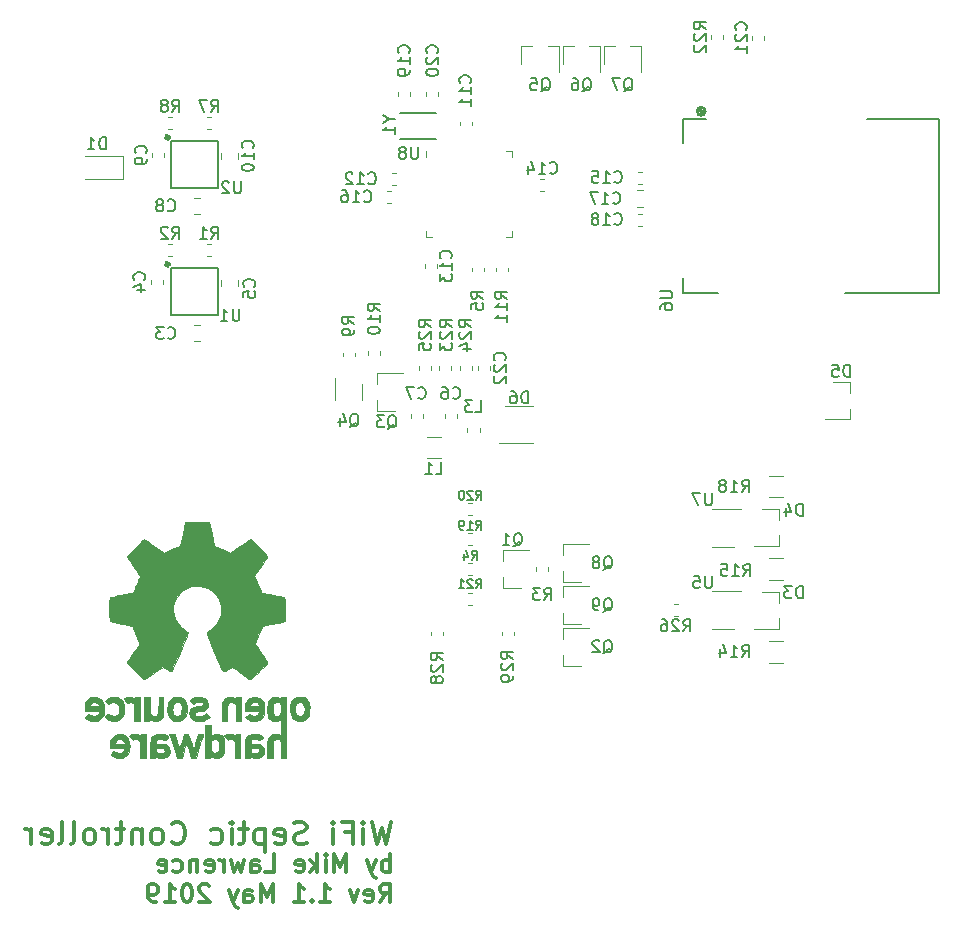
<source format=gbo>
G04 #@! TF.GenerationSoftware,KiCad,Pcbnew,(5.1.2-1)-1*
G04 #@! TF.CreationDate,2019-05-05T13:33:14-05:00*
G04 #@! TF.ProjectId,WiFi-Septic-Controller,57694669-2d53-4657-9074-69632d436f6e,rev?*
G04 #@! TF.SameCoordinates,Original*
G04 #@! TF.FileFunction,Legend,Bot*
G04 #@! TF.FilePolarity,Positive*
%FSLAX46Y46*%
G04 Gerber Fmt 4.6, Leading zero omitted, Abs format (unit mm)*
G04 Created by KiCad (PCBNEW (5.1.2-1)-1) date 2019-05-05 13:33:14*
%MOMM*%
%LPD*%
G04 APERTURE LIST*
%ADD10C,0.304800*%
%ADD11C,0.152400*%
%ADD12C,0.150000*%
%ADD13C,0.203200*%
%ADD14C,0.010000*%
%ADD15C,0.120000*%
%ADD16C,0.400000*%
G04 APERTURE END LIST*
D10*
X63315022Y-104641428D02*
X63315022Y-103117428D01*
X63315022Y-103698000D02*
X63169880Y-103625428D01*
X62879594Y-103625428D01*
X62734451Y-103698000D01*
X62661880Y-103770571D01*
X62589308Y-103915714D01*
X62589308Y-104351142D01*
X62661880Y-104496285D01*
X62734451Y-104568857D01*
X62879594Y-104641428D01*
X63169880Y-104641428D01*
X63315022Y-104568857D01*
X62081308Y-103625428D02*
X61718451Y-104641428D01*
X61355594Y-103625428D02*
X61718451Y-104641428D01*
X61863594Y-105004285D01*
X61936165Y-105076857D01*
X62081308Y-105149428D01*
X59613880Y-104641428D02*
X59613880Y-103117428D01*
X59105880Y-104206000D01*
X58597880Y-103117428D01*
X58597880Y-104641428D01*
X57872165Y-104641428D02*
X57872165Y-103625428D01*
X57872165Y-103117428D02*
X57944737Y-103190000D01*
X57872165Y-103262571D01*
X57799594Y-103190000D01*
X57872165Y-103117428D01*
X57872165Y-103262571D01*
X57146451Y-104641428D02*
X57146451Y-103117428D01*
X57001308Y-104060857D02*
X56565880Y-104641428D01*
X56565880Y-103625428D02*
X57146451Y-104206000D01*
X55332165Y-104568857D02*
X55477308Y-104641428D01*
X55767594Y-104641428D01*
X55912737Y-104568857D01*
X55985308Y-104423714D01*
X55985308Y-103843142D01*
X55912737Y-103698000D01*
X55767594Y-103625428D01*
X55477308Y-103625428D01*
X55332165Y-103698000D01*
X55259594Y-103843142D01*
X55259594Y-103988285D01*
X55985308Y-104133428D01*
X52719594Y-104641428D02*
X53445308Y-104641428D01*
X53445308Y-103117428D01*
X51558451Y-104641428D02*
X51558451Y-103843142D01*
X51631022Y-103698000D01*
X51776165Y-103625428D01*
X52066451Y-103625428D01*
X52211594Y-103698000D01*
X51558451Y-104568857D02*
X51703594Y-104641428D01*
X52066451Y-104641428D01*
X52211594Y-104568857D01*
X52284165Y-104423714D01*
X52284165Y-104278571D01*
X52211594Y-104133428D01*
X52066451Y-104060857D01*
X51703594Y-104060857D01*
X51558451Y-103988285D01*
X50977880Y-103625428D02*
X50687594Y-104641428D01*
X50397308Y-103915714D01*
X50107022Y-104641428D01*
X49816737Y-103625428D01*
X49236165Y-104641428D02*
X49236165Y-103625428D01*
X49236165Y-103915714D02*
X49163594Y-103770571D01*
X49091022Y-103698000D01*
X48945880Y-103625428D01*
X48800737Y-103625428D01*
X47712165Y-104568857D02*
X47857308Y-104641428D01*
X48147594Y-104641428D01*
X48292737Y-104568857D01*
X48365308Y-104423714D01*
X48365308Y-103843142D01*
X48292737Y-103698000D01*
X48147594Y-103625428D01*
X47857308Y-103625428D01*
X47712165Y-103698000D01*
X47639594Y-103843142D01*
X47639594Y-103988285D01*
X48365308Y-104133428D01*
X46986451Y-103625428D02*
X46986451Y-104641428D01*
X46986451Y-103770571D02*
X46913880Y-103698000D01*
X46768737Y-103625428D01*
X46551022Y-103625428D01*
X46405880Y-103698000D01*
X46333308Y-103843142D01*
X46333308Y-104641428D01*
X44954451Y-104568857D02*
X45099594Y-104641428D01*
X45389880Y-104641428D01*
X45535022Y-104568857D01*
X45607594Y-104496285D01*
X45680165Y-104351142D01*
X45680165Y-103915714D01*
X45607594Y-103770571D01*
X45535022Y-103698000D01*
X45389880Y-103625428D01*
X45099594Y-103625428D01*
X44954451Y-103698000D01*
X43720737Y-104568857D02*
X43865880Y-104641428D01*
X44156165Y-104641428D01*
X44301308Y-104568857D01*
X44373880Y-104423714D01*
X44373880Y-103843142D01*
X44301308Y-103698000D01*
X44156165Y-103625428D01*
X43865880Y-103625428D01*
X43720737Y-103698000D01*
X43648165Y-103843142D01*
X43648165Y-103988285D01*
X44373880Y-104133428D01*
X62444165Y-107181428D02*
X62952165Y-106455714D01*
X63315022Y-107181428D02*
X63315022Y-105657428D01*
X62734451Y-105657428D01*
X62589308Y-105730000D01*
X62516737Y-105802571D01*
X62444165Y-105947714D01*
X62444165Y-106165428D01*
X62516737Y-106310571D01*
X62589308Y-106383142D01*
X62734451Y-106455714D01*
X63315022Y-106455714D01*
X61210451Y-107108857D02*
X61355594Y-107181428D01*
X61645880Y-107181428D01*
X61791022Y-107108857D01*
X61863594Y-106963714D01*
X61863594Y-106383142D01*
X61791022Y-106238000D01*
X61645880Y-106165428D01*
X61355594Y-106165428D01*
X61210451Y-106238000D01*
X61137880Y-106383142D01*
X61137880Y-106528285D01*
X61863594Y-106673428D01*
X60629880Y-106165428D02*
X60267022Y-107181428D01*
X59904165Y-106165428D01*
X57364165Y-107181428D02*
X58235022Y-107181428D01*
X57799594Y-107181428D02*
X57799594Y-105657428D01*
X57944737Y-105875142D01*
X58089880Y-106020285D01*
X58235022Y-106092857D01*
X56711022Y-107036285D02*
X56638451Y-107108857D01*
X56711022Y-107181428D01*
X56783594Y-107108857D01*
X56711022Y-107036285D01*
X56711022Y-107181428D01*
X55187022Y-107181428D02*
X56057880Y-107181428D01*
X55622451Y-107181428D02*
X55622451Y-105657428D01*
X55767594Y-105875142D01*
X55912737Y-106020285D01*
X56057880Y-106092857D01*
X53372737Y-107181428D02*
X53372737Y-105657428D01*
X52864737Y-106746000D01*
X52356737Y-105657428D01*
X52356737Y-107181428D01*
X50977880Y-107181428D02*
X50977880Y-106383142D01*
X51050451Y-106238000D01*
X51195594Y-106165428D01*
X51485880Y-106165428D01*
X51631022Y-106238000D01*
X50977880Y-107108857D02*
X51123022Y-107181428D01*
X51485880Y-107181428D01*
X51631022Y-107108857D01*
X51703594Y-106963714D01*
X51703594Y-106818571D01*
X51631022Y-106673428D01*
X51485880Y-106600857D01*
X51123022Y-106600857D01*
X50977880Y-106528285D01*
X50397308Y-106165428D02*
X50034451Y-107181428D01*
X49671594Y-106165428D02*
X50034451Y-107181428D01*
X50179594Y-107544285D01*
X50252165Y-107616857D01*
X50397308Y-107689428D01*
X48002451Y-105802571D02*
X47929880Y-105730000D01*
X47784737Y-105657428D01*
X47421880Y-105657428D01*
X47276737Y-105730000D01*
X47204165Y-105802571D01*
X47131594Y-105947714D01*
X47131594Y-106092857D01*
X47204165Y-106310571D01*
X48075022Y-107181428D01*
X47131594Y-107181428D01*
X46188165Y-105657428D02*
X46043022Y-105657428D01*
X45897880Y-105730000D01*
X45825308Y-105802571D01*
X45752737Y-105947714D01*
X45680165Y-106238000D01*
X45680165Y-106600857D01*
X45752737Y-106891142D01*
X45825308Y-107036285D01*
X45897880Y-107108857D01*
X46043022Y-107181428D01*
X46188165Y-107181428D01*
X46333308Y-107108857D01*
X46405880Y-107036285D01*
X46478451Y-106891142D01*
X46551022Y-106600857D01*
X46551022Y-106238000D01*
X46478451Y-105947714D01*
X46405880Y-105802571D01*
X46333308Y-105730000D01*
X46188165Y-105657428D01*
X44228737Y-107181428D02*
X45099594Y-107181428D01*
X44664165Y-107181428D02*
X44664165Y-105657428D01*
X44809308Y-105875142D01*
X44954451Y-106020285D01*
X45099594Y-106092857D01*
X43503022Y-107181428D02*
X43212737Y-107181428D01*
X43067594Y-107108857D01*
X42995022Y-107036285D01*
X42849880Y-106818571D01*
X42777308Y-106528285D01*
X42777308Y-105947714D01*
X42849880Y-105802571D01*
X42922451Y-105730000D01*
X43067594Y-105657428D01*
X43357880Y-105657428D01*
X43503022Y-105730000D01*
X43575594Y-105802571D01*
X43648165Y-105947714D01*
X43648165Y-106310571D01*
X43575594Y-106455714D01*
X43503022Y-106528285D01*
X43357880Y-106600857D01*
X43067594Y-106600857D01*
X42922451Y-106528285D01*
X42849880Y-106455714D01*
X42777308Y-106310571D01*
X63405737Y-100368785D02*
X62952165Y-102273785D01*
X62589308Y-100913071D01*
X62226451Y-102273785D01*
X61772880Y-100368785D01*
X61047165Y-102273785D02*
X61047165Y-101003785D01*
X61047165Y-100368785D02*
X61137880Y-100459500D01*
X61047165Y-100550214D01*
X60956451Y-100459500D01*
X61047165Y-100368785D01*
X61047165Y-100550214D01*
X59505022Y-101275928D02*
X60140022Y-101275928D01*
X60140022Y-102273785D02*
X60140022Y-100368785D01*
X59232880Y-100368785D01*
X58507165Y-102273785D02*
X58507165Y-101003785D01*
X58507165Y-100368785D02*
X58597880Y-100459500D01*
X58507165Y-100550214D01*
X58416451Y-100459500D01*
X58507165Y-100368785D01*
X58507165Y-100550214D01*
X56239308Y-102183071D02*
X55967165Y-102273785D01*
X55513594Y-102273785D01*
X55332165Y-102183071D01*
X55241451Y-102092357D01*
X55150737Y-101910928D01*
X55150737Y-101729500D01*
X55241451Y-101548071D01*
X55332165Y-101457357D01*
X55513594Y-101366642D01*
X55876451Y-101275928D01*
X56057880Y-101185214D01*
X56148594Y-101094500D01*
X56239308Y-100913071D01*
X56239308Y-100731642D01*
X56148594Y-100550214D01*
X56057880Y-100459500D01*
X55876451Y-100368785D01*
X55422880Y-100368785D01*
X55150737Y-100459500D01*
X53608594Y-102183071D02*
X53790022Y-102273785D01*
X54152880Y-102273785D01*
X54334308Y-102183071D01*
X54425022Y-102001642D01*
X54425022Y-101275928D01*
X54334308Y-101094500D01*
X54152880Y-101003785D01*
X53790022Y-101003785D01*
X53608594Y-101094500D01*
X53517880Y-101275928D01*
X53517880Y-101457357D01*
X54425022Y-101638785D01*
X52701451Y-101003785D02*
X52701451Y-102908785D01*
X52701451Y-101094500D02*
X52520022Y-101003785D01*
X52157165Y-101003785D01*
X51975737Y-101094500D01*
X51885022Y-101185214D01*
X51794308Y-101366642D01*
X51794308Y-101910928D01*
X51885022Y-102092357D01*
X51975737Y-102183071D01*
X52157165Y-102273785D01*
X52520022Y-102273785D01*
X52701451Y-102183071D01*
X51250022Y-101003785D02*
X50524308Y-101003785D01*
X50977880Y-100368785D02*
X50977880Y-102001642D01*
X50887165Y-102183071D01*
X50705737Y-102273785D01*
X50524308Y-102273785D01*
X49889308Y-102273785D02*
X49889308Y-101003785D01*
X49889308Y-100368785D02*
X49980022Y-100459500D01*
X49889308Y-100550214D01*
X49798594Y-100459500D01*
X49889308Y-100368785D01*
X49889308Y-100550214D01*
X48165737Y-102183071D02*
X48347165Y-102273785D01*
X48710022Y-102273785D01*
X48891451Y-102183071D01*
X48982165Y-102092357D01*
X49072880Y-101910928D01*
X49072880Y-101366642D01*
X48982165Y-101185214D01*
X48891451Y-101094500D01*
X48710022Y-101003785D01*
X48347165Y-101003785D01*
X48165737Y-101094500D01*
X44809308Y-102092357D02*
X44900022Y-102183071D01*
X45172165Y-102273785D01*
X45353594Y-102273785D01*
X45625737Y-102183071D01*
X45807165Y-102001642D01*
X45897880Y-101820214D01*
X45988594Y-101457357D01*
X45988594Y-101185214D01*
X45897880Y-100822357D01*
X45807165Y-100640928D01*
X45625737Y-100459500D01*
X45353594Y-100368785D01*
X45172165Y-100368785D01*
X44900022Y-100459500D01*
X44809308Y-100550214D01*
X43720737Y-102273785D02*
X43902165Y-102183071D01*
X43992880Y-102092357D01*
X44083594Y-101910928D01*
X44083594Y-101366642D01*
X43992880Y-101185214D01*
X43902165Y-101094500D01*
X43720737Y-101003785D01*
X43448594Y-101003785D01*
X43267165Y-101094500D01*
X43176451Y-101185214D01*
X43085737Y-101366642D01*
X43085737Y-101910928D01*
X43176451Y-102092357D01*
X43267165Y-102183071D01*
X43448594Y-102273785D01*
X43720737Y-102273785D01*
X42269308Y-101003785D02*
X42269308Y-102273785D01*
X42269308Y-101185214D02*
X42178594Y-101094500D01*
X41997165Y-101003785D01*
X41725022Y-101003785D01*
X41543594Y-101094500D01*
X41452880Y-101275928D01*
X41452880Y-102273785D01*
X40817880Y-101003785D02*
X40092165Y-101003785D01*
X40545737Y-100368785D02*
X40545737Y-102001642D01*
X40455022Y-102183071D01*
X40273594Y-102273785D01*
X40092165Y-102273785D01*
X39457165Y-102273785D02*
X39457165Y-101003785D01*
X39457165Y-101366642D02*
X39366451Y-101185214D01*
X39275737Y-101094500D01*
X39094308Y-101003785D01*
X38912880Y-101003785D01*
X38005737Y-102273785D02*
X38187165Y-102183071D01*
X38277880Y-102092357D01*
X38368594Y-101910928D01*
X38368594Y-101366642D01*
X38277880Y-101185214D01*
X38187165Y-101094500D01*
X38005737Y-101003785D01*
X37733594Y-101003785D01*
X37552165Y-101094500D01*
X37461451Y-101185214D01*
X37370737Y-101366642D01*
X37370737Y-101910928D01*
X37461451Y-102092357D01*
X37552165Y-102183071D01*
X37733594Y-102273785D01*
X38005737Y-102273785D01*
X36282165Y-102273785D02*
X36463594Y-102183071D01*
X36554308Y-102001642D01*
X36554308Y-100368785D01*
X35284308Y-102273785D02*
X35465737Y-102183071D01*
X35556451Y-102001642D01*
X35556451Y-100368785D01*
X33832880Y-102183071D02*
X34014308Y-102273785D01*
X34377165Y-102273785D01*
X34558594Y-102183071D01*
X34649308Y-102001642D01*
X34649308Y-101275928D01*
X34558594Y-101094500D01*
X34377165Y-101003785D01*
X34014308Y-101003785D01*
X33832880Y-101094500D01*
X33742165Y-101275928D01*
X33742165Y-101457357D01*
X34649308Y-101638785D01*
X32925737Y-102273785D02*
X32925737Y-101003785D01*
X32925737Y-101366642D02*
X32835022Y-101185214D01*
X32744308Y-101094500D01*
X32562880Y-101003785D01*
X32381451Y-101003785D01*
D11*
X109800000Y-40885000D02*
X103704000Y-40885000D01*
X109800000Y-55615000D02*
X101799000Y-55615000D01*
D12*
X89650000Y-40550000D02*
X89650000Y-39950000D01*
X90035000Y-40235000D02*
G75*
G03X90035000Y-40235000I-385000J0D01*
G01*
X89935000Y-40235000D02*
G75*
G03X89935000Y-40235000I-285000J0D01*
G01*
X89735000Y-40235000D02*
G75*
G03X89735000Y-40235000I-85000J0D01*
G01*
D11*
X109800000Y-55615000D02*
X109800000Y-40885000D01*
D13*
X89800000Y-40235000D02*
G75*
G03X89800000Y-40235000I-150000J0D01*
G01*
D11*
X90100000Y-40885000D02*
X88080000Y-40885000D01*
X88080000Y-40885000D02*
X88080000Y-42900000D01*
X88080000Y-54350000D02*
X88080000Y-55615000D01*
X88080000Y-55615000D02*
X91100000Y-55615000D01*
D14*
G36*
X53320808Y-89865166D02*
G01*
X53233015Y-89908540D01*
X53124751Y-89984122D01*
X53045845Y-90066542D01*
X52991805Y-90170037D01*
X52958141Y-90308843D01*
X52940363Y-90497194D01*
X52933980Y-90749328D01*
X52933607Y-90857724D01*
X52934696Y-91095287D01*
X52939222Y-91265068D01*
X52949068Y-91382550D01*
X52966118Y-91463215D01*
X52992259Y-91522545D01*
X53019458Y-91563020D01*
X53193080Y-91735225D01*
X53397538Y-91838806D01*
X53618104Y-91869960D01*
X53840046Y-91824885D01*
X53910360Y-91793009D01*
X54078689Y-91705271D01*
X54078689Y-93080172D01*
X53955838Y-93016643D01*
X53793967Y-92967491D01*
X53595005Y-92954900D01*
X53396328Y-92978147D01*
X53246290Y-93030370D01*
X53121841Y-93129826D01*
X53015508Y-93272143D01*
X53007513Y-93286755D01*
X52973793Y-93355582D01*
X52949166Y-93424956D01*
X52932214Y-93508996D01*
X52921519Y-93621816D01*
X52915662Y-93777533D01*
X52913227Y-93990265D01*
X52912787Y-94229664D01*
X52912787Y-94993443D01*
X53370820Y-94993443D01*
X53370820Y-93585108D01*
X53498933Y-93477308D01*
X53632018Y-93391079D01*
X53758048Y-93375401D01*
X53884778Y-93415747D01*
X53952317Y-93455254D01*
X54002586Y-93511527D01*
X54038338Y-93596572D01*
X54062328Y-93722394D01*
X54077311Y-93900998D01*
X54086040Y-94144391D01*
X54089114Y-94306394D01*
X54099508Y-94972623D01*
X54318115Y-94985209D01*
X54536721Y-94997795D01*
X54536721Y-90863464D01*
X54078689Y-90863464D01*
X54067011Y-91093953D01*
X54027662Y-91253950D01*
X53954166Y-91353497D01*
X53840049Y-91402639D01*
X53724754Y-91412459D01*
X53594238Y-91401175D01*
X53507617Y-91356764D01*
X53453451Y-91298081D01*
X53410810Y-91234962D01*
X53385426Y-91164645D01*
X53374131Y-91066123D01*
X53373760Y-90918387D01*
X53377560Y-90794683D01*
X53386288Y-90608328D01*
X53399280Y-90485982D01*
X53421159Y-90408377D01*
X53456546Y-90356245D01*
X53489941Y-90326111D01*
X53629475Y-90260399D01*
X53794619Y-90249787D01*
X53889446Y-90272423D01*
X53983334Y-90352881D01*
X54045526Y-90509392D01*
X54075669Y-90740852D01*
X54078689Y-90863464D01*
X54536721Y-90863464D01*
X54536721Y-89830164D01*
X54307705Y-89830164D01*
X54170206Y-89835602D01*
X54099267Y-89854909D01*
X54078697Y-89892576D01*
X54078689Y-89893692D01*
X54069145Y-89930581D01*
X54027051Y-89926393D01*
X53943361Y-89885859D01*
X53748354Y-89823850D01*
X53528954Y-89817332D01*
X53320808Y-89865166D01*
X53320808Y-89865166D01*
G37*
X53320808Y-89865166D02*
X53233015Y-89908540D01*
X53124751Y-89984122D01*
X53045845Y-90066542D01*
X52991805Y-90170037D01*
X52958141Y-90308843D01*
X52940363Y-90497194D01*
X52933980Y-90749328D01*
X52933607Y-90857724D01*
X52934696Y-91095287D01*
X52939222Y-91265068D01*
X52949068Y-91382550D01*
X52966118Y-91463215D01*
X52992259Y-91522545D01*
X53019458Y-91563020D01*
X53193080Y-91735225D01*
X53397538Y-91838806D01*
X53618104Y-91869960D01*
X53840046Y-91824885D01*
X53910360Y-91793009D01*
X54078689Y-91705271D01*
X54078689Y-93080172D01*
X53955838Y-93016643D01*
X53793967Y-92967491D01*
X53595005Y-92954900D01*
X53396328Y-92978147D01*
X53246290Y-93030370D01*
X53121841Y-93129826D01*
X53015508Y-93272143D01*
X53007513Y-93286755D01*
X52973793Y-93355582D01*
X52949166Y-93424956D01*
X52932214Y-93508996D01*
X52921519Y-93621816D01*
X52915662Y-93777533D01*
X52913227Y-93990265D01*
X52912787Y-94229664D01*
X52912787Y-94993443D01*
X53370820Y-94993443D01*
X53370820Y-93585108D01*
X53498933Y-93477308D01*
X53632018Y-93391079D01*
X53758048Y-93375401D01*
X53884778Y-93415747D01*
X53952317Y-93455254D01*
X54002586Y-93511527D01*
X54038338Y-93596572D01*
X54062328Y-93722394D01*
X54077311Y-93900998D01*
X54086040Y-94144391D01*
X54089114Y-94306394D01*
X54099508Y-94972623D01*
X54318115Y-94985209D01*
X54536721Y-94997795D01*
X54536721Y-90863464D01*
X54078689Y-90863464D01*
X54067011Y-91093953D01*
X54027662Y-91253950D01*
X53954166Y-91353497D01*
X53840049Y-91402639D01*
X53724754Y-91412459D01*
X53594238Y-91401175D01*
X53507617Y-91356764D01*
X53453451Y-91298081D01*
X53410810Y-91234962D01*
X53385426Y-91164645D01*
X53374131Y-91066123D01*
X53373760Y-90918387D01*
X53377560Y-90794683D01*
X53386288Y-90608328D01*
X53399280Y-90485982D01*
X53421159Y-90408377D01*
X53456546Y-90356245D01*
X53489941Y-90326111D01*
X53629475Y-90260399D01*
X53794619Y-90249787D01*
X53889446Y-90272423D01*
X53983334Y-90352881D01*
X54045526Y-90509392D01*
X54075669Y-90740852D01*
X54078689Y-90863464D01*
X54536721Y-90863464D01*
X54536721Y-89830164D01*
X54307705Y-89830164D01*
X54170206Y-89835602D01*
X54099267Y-89854909D01*
X54078697Y-89892576D01*
X54078689Y-89893692D01*
X54069145Y-89930581D01*
X54027051Y-89926393D01*
X53943361Y-89885859D01*
X53748354Y-89823850D01*
X53528954Y-89817332D01*
X53320808Y-89865166D01*
G36*
X51583779Y-92969247D02*
G01*
X51387889Y-93021514D01*
X51238767Y-93116253D01*
X51133535Y-93240338D01*
X51100821Y-93293296D01*
X51076669Y-93348768D01*
X51059784Y-93419730D01*
X51048873Y-93519154D01*
X51042640Y-93660016D01*
X51039791Y-93855289D01*
X51039032Y-94117948D01*
X51039016Y-94187633D01*
X51039016Y-94993443D01*
X51238885Y-94993443D01*
X51366370Y-94984515D01*
X51460634Y-94961896D01*
X51484251Y-94947946D01*
X51548815Y-94923870D01*
X51614759Y-94947946D01*
X51723332Y-94978003D01*
X51881042Y-94990100D01*
X52055844Y-94984851D01*
X52215693Y-94962869D01*
X52309016Y-94934663D01*
X52489609Y-94818731D01*
X52602470Y-94657847D01*
X52653209Y-94443936D01*
X52653680Y-94438443D01*
X52649227Y-94343547D01*
X52246557Y-94343547D01*
X52211354Y-94451484D01*
X52154014Y-94512229D01*
X52038913Y-94558172D01*
X51886986Y-94576512D01*
X51732061Y-94567485D01*
X51607964Y-94531332D01*
X51573197Y-94508137D01*
X51512444Y-94400960D01*
X51497049Y-94279120D01*
X51497049Y-94119017D01*
X51727403Y-94119017D01*
X51946241Y-94135863D01*
X52112137Y-94183593D01*
X52215338Y-94257986D01*
X52246557Y-94343547D01*
X52649227Y-94343547D01*
X52642713Y-94204731D01*
X52565631Y-94019946D01*
X52420714Y-93880206D01*
X52400683Y-93867495D01*
X52314610Y-93826105D01*
X52208073Y-93801041D01*
X52059141Y-93788858D01*
X51882213Y-93786057D01*
X51497049Y-93785902D01*
X51497049Y-93624443D01*
X51513387Y-93499168D01*
X51555078Y-93415241D01*
X51559959Y-93410773D01*
X51652736Y-93374059D01*
X51792784Y-93359828D01*
X51947555Y-93366821D01*
X52084499Y-93393780D01*
X52165759Y-93434212D01*
X52209790Y-93466601D01*
X52256285Y-93472784D01*
X52320451Y-93446248D01*
X52417495Y-93380479D01*
X52562626Y-93268963D01*
X52575947Y-93258516D01*
X52569121Y-93219862D01*
X52512178Y-93155572D01*
X52425630Y-93084131D01*
X52329992Y-93024021D01*
X52299944Y-93009827D01*
X52190341Y-92981503D01*
X52029735Y-92961300D01*
X51850302Y-92953196D01*
X51841911Y-92953180D01*
X51583779Y-92969247D01*
X51583779Y-92969247D01*
G37*
X51583779Y-92969247D02*
X51387889Y-93021514D01*
X51238767Y-93116253D01*
X51133535Y-93240338D01*
X51100821Y-93293296D01*
X51076669Y-93348768D01*
X51059784Y-93419730D01*
X51048873Y-93519154D01*
X51042640Y-93660016D01*
X51039791Y-93855289D01*
X51039032Y-94117948D01*
X51039016Y-94187633D01*
X51039016Y-94993443D01*
X51238885Y-94993443D01*
X51366370Y-94984515D01*
X51460634Y-94961896D01*
X51484251Y-94947946D01*
X51548815Y-94923870D01*
X51614759Y-94947946D01*
X51723332Y-94978003D01*
X51881042Y-94990100D01*
X52055844Y-94984851D01*
X52215693Y-94962869D01*
X52309016Y-94934663D01*
X52489609Y-94818731D01*
X52602470Y-94657847D01*
X52653209Y-94443936D01*
X52653680Y-94438443D01*
X52649227Y-94343547D01*
X52246557Y-94343547D01*
X52211354Y-94451484D01*
X52154014Y-94512229D01*
X52038913Y-94558172D01*
X51886986Y-94576512D01*
X51732061Y-94567485D01*
X51607964Y-94531332D01*
X51573197Y-94508137D01*
X51512444Y-94400960D01*
X51497049Y-94279120D01*
X51497049Y-94119017D01*
X51727403Y-94119017D01*
X51946241Y-94135863D01*
X52112137Y-94183593D01*
X52215338Y-94257986D01*
X52246557Y-94343547D01*
X52649227Y-94343547D01*
X52642713Y-94204731D01*
X52565631Y-94019946D01*
X52420714Y-93880206D01*
X52400683Y-93867495D01*
X52314610Y-93826105D01*
X52208073Y-93801041D01*
X52059141Y-93788858D01*
X51882213Y-93786057D01*
X51497049Y-93785902D01*
X51497049Y-93624443D01*
X51513387Y-93499168D01*
X51555078Y-93415241D01*
X51559959Y-93410773D01*
X51652736Y-93374059D01*
X51792784Y-93359828D01*
X51947555Y-93366821D01*
X52084499Y-93393780D01*
X52165759Y-93434212D01*
X52209790Y-93466601D01*
X52256285Y-93472784D01*
X52320451Y-93446248D01*
X52417495Y-93380479D01*
X52562626Y-93268963D01*
X52575947Y-93258516D01*
X52569121Y-93219862D01*
X52512178Y-93155572D01*
X52425630Y-93084131D01*
X52329992Y-93024021D01*
X52299944Y-93009827D01*
X52190341Y-92981503D01*
X52029735Y-92961300D01*
X51850302Y-92953196D01*
X51841911Y-92953180D01*
X51583779Y-92969247D01*
G36*
X50289475Y-92957540D02*
G01*
X50227163Y-92976218D01*
X50207075Y-93017255D01*
X50206230Y-93035782D01*
X50202625Y-93087383D01*
X50177800Y-93095484D01*
X50110737Y-93060108D01*
X50070902Y-93035937D01*
X49945227Y-92984175D01*
X49795123Y-92958581D01*
X49637737Y-92956613D01*
X49490214Y-92975729D01*
X49369700Y-93013387D01*
X49293340Y-93067044D01*
X49278281Y-93134158D01*
X49285881Y-93152333D01*
X49341282Y-93227777D01*
X49427190Y-93320568D01*
X49442728Y-93335568D01*
X49524612Y-93404540D01*
X49595263Y-93426825D01*
X49694068Y-93411272D01*
X49733652Y-93400938D01*
X49856828Y-93376116D01*
X49943436Y-93387278D01*
X50016576Y-93426646D01*
X50083574Y-93479479D01*
X50132918Y-93545924D01*
X50167209Y-93638652D01*
X50189048Y-93770334D01*
X50201034Y-93953641D01*
X50205769Y-94201246D01*
X50206230Y-94350744D01*
X50206230Y-94993443D01*
X50622623Y-94993443D01*
X50622623Y-92953115D01*
X50414426Y-92953115D01*
X50289475Y-92957540D01*
X50289475Y-92957540D01*
G37*
X50289475Y-92957540D02*
X50227163Y-92976218D01*
X50207075Y-93017255D01*
X50206230Y-93035782D01*
X50202625Y-93087383D01*
X50177800Y-93095484D01*
X50110737Y-93060108D01*
X50070902Y-93035937D01*
X49945227Y-92984175D01*
X49795123Y-92958581D01*
X49637737Y-92956613D01*
X49490214Y-92975729D01*
X49369700Y-93013387D01*
X49293340Y-93067044D01*
X49278281Y-93134158D01*
X49285881Y-93152333D01*
X49341282Y-93227777D01*
X49427190Y-93320568D01*
X49442728Y-93335568D01*
X49524612Y-93404540D01*
X49595263Y-93426825D01*
X49694068Y-93411272D01*
X49733652Y-93400938D01*
X49856828Y-93376116D01*
X49943436Y-93387278D01*
X50016576Y-93426646D01*
X50083574Y-93479479D01*
X50132918Y-93545924D01*
X50167209Y-93638652D01*
X50189048Y-93770334D01*
X50201034Y-93953641D01*
X50205769Y-94201246D01*
X50206230Y-94350744D01*
X50206230Y-94993443D01*
X50622623Y-94993443D01*
X50622623Y-92953115D01*
X50414426Y-92953115D01*
X50289475Y-92957540D01*
G36*
X47666230Y-94993443D02*
G01*
X47895246Y-94993443D01*
X48028175Y-94989546D01*
X48097405Y-94973407D01*
X48122332Y-94938354D01*
X48124262Y-94914653D01*
X48128466Y-94867123D01*
X48154974Y-94858008D01*
X48224633Y-94887308D01*
X48278804Y-94914653D01*
X48486777Y-94979451D01*
X48712853Y-94983201D01*
X48896655Y-94934873D01*
X49067813Y-94818118D01*
X49198284Y-94645781D01*
X49269727Y-94442506D01*
X49271546Y-94431141D01*
X49282161Y-94307136D01*
X49287440Y-94129117D01*
X49287016Y-93994480D01*
X48832172Y-93994480D01*
X48821635Y-94173428D01*
X48797666Y-94320924D01*
X48765217Y-94404217D01*
X48642456Y-94518041D01*
X48496701Y-94558845D01*
X48346393Y-94525848D01*
X48217951Y-94427422D01*
X48169308Y-94361224D01*
X48140866Y-94282231D01*
X48127544Y-94166926D01*
X48124262Y-93993736D01*
X48130135Y-93822229D01*
X48145647Y-93671540D01*
X48167638Y-93570698D01*
X48171303Y-93561659D01*
X48259988Y-93454195D01*
X48389428Y-93395195D01*
X48534257Y-93385669D01*
X48669109Y-93426626D01*
X48768617Y-93519076D01*
X48778940Y-93537473D01*
X48811250Y-93649646D01*
X48828852Y-93810934D01*
X48832172Y-93994480D01*
X49287016Y-93994480D01*
X49286800Y-93926212D01*
X49283806Y-93817010D01*
X49263442Y-93546856D01*
X49221117Y-93344024D01*
X49150706Y-93194077D01*
X49046088Y-93082579D01*
X48944521Y-93017127D01*
X48802616Y-92971117D01*
X48626121Y-92955336D01*
X48445393Y-92968190D01*
X48290787Y-93008081D01*
X48209101Y-93055801D01*
X48124262Y-93132579D01*
X48124262Y-92161967D01*
X47666230Y-92161967D01*
X47666230Y-94993443D01*
X47666230Y-94993443D01*
G37*
X47666230Y-94993443D02*
X47895246Y-94993443D01*
X48028175Y-94989546D01*
X48097405Y-94973407D01*
X48122332Y-94938354D01*
X48124262Y-94914653D01*
X48128466Y-94867123D01*
X48154974Y-94858008D01*
X48224633Y-94887308D01*
X48278804Y-94914653D01*
X48486777Y-94979451D01*
X48712853Y-94983201D01*
X48896655Y-94934873D01*
X49067813Y-94818118D01*
X49198284Y-94645781D01*
X49269727Y-94442506D01*
X49271546Y-94431141D01*
X49282161Y-94307136D01*
X49287440Y-94129117D01*
X49287016Y-93994480D01*
X48832172Y-93994480D01*
X48821635Y-94173428D01*
X48797666Y-94320924D01*
X48765217Y-94404217D01*
X48642456Y-94518041D01*
X48496701Y-94558845D01*
X48346393Y-94525848D01*
X48217951Y-94427422D01*
X48169308Y-94361224D01*
X48140866Y-94282231D01*
X48127544Y-94166926D01*
X48124262Y-93993736D01*
X48130135Y-93822229D01*
X48145647Y-93671540D01*
X48167638Y-93570698D01*
X48171303Y-93561659D01*
X48259988Y-93454195D01*
X48389428Y-93395195D01*
X48534257Y-93385669D01*
X48669109Y-93426626D01*
X48768617Y-93519076D01*
X48778940Y-93537473D01*
X48811250Y-93649646D01*
X48828852Y-93810934D01*
X48832172Y-93994480D01*
X49287016Y-93994480D01*
X49286800Y-93926212D01*
X49283806Y-93817010D01*
X49263442Y-93546856D01*
X49221117Y-93344024D01*
X49150706Y-93194077D01*
X49046088Y-93082579D01*
X48944521Y-93017127D01*
X48802616Y-92971117D01*
X48626121Y-92955336D01*
X48445393Y-92968190D01*
X48290787Y-93008081D01*
X48209101Y-93055801D01*
X48124262Y-93132579D01*
X48124262Y-92161967D01*
X47666230Y-92161967D01*
X47666230Y-94993443D01*
G36*
X45903058Y-92973935D02*
G01*
X45687752Y-93619344D01*
X45472445Y-94264754D01*
X45404936Y-94035738D01*
X45364309Y-93894204D01*
X45310867Y-93702936D01*
X45253158Y-93492693D01*
X45222645Y-93379918D01*
X45107864Y-92953115D01*
X44634313Y-92953115D01*
X44775861Y-93400738D01*
X44845567Y-93620903D01*
X44929777Y-93886471D01*
X45017719Y-94163492D01*
X45096228Y-94410492D01*
X45275048Y-94972623D01*
X45468118Y-94985185D01*
X45661189Y-94997746D01*
X45765882Y-94652070D01*
X45830447Y-94437335D01*
X45900908Y-94200604D01*
X45962489Y-93991526D01*
X45964919Y-93983205D01*
X46010915Y-93841537D01*
X46051497Y-93744874D01*
X46079920Y-93708321D01*
X46085761Y-93712549D01*
X46106262Y-93769217D01*
X46145215Y-93890605D01*
X46197878Y-94061448D01*
X46259509Y-94266482D01*
X46292857Y-94379262D01*
X46473454Y-94993443D01*
X46856733Y-94993443D01*
X47163133Y-94025328D01*
X47249209Y-93753759D01*
X47327620Y-93507138D01*
X47394661Y-93297048D01*
X47446631Y-93135076D01*
X47479826Y-93032808D01*
X47489916Y-93002928D01*
X47481928Y-92972334D01*
X47419208Y-92958935D01*
X47288685Y-92960275D01*
X47268253Y-92961288D01*
X47026208Y-92973935D01*
X46867683Y-93556885D01*
X46809415Y-93769486D01*
X46757345Y-93956377D01*
X46716056Y-94101331D01*
X46690134Y-94188120D01*
X46685344Y-94202269D01*
X46665496Y-94185998D01*
X46625470Y-94101697D01*
X46569862Y-93960842D01*
X46503269Y-93774911D01*
X46446976Y-93606956D01*
X46232422Y-92949209D01*
X45903058Y-92973935D01*
X45903058Y-92973935D01*
G37*
X45903058Y-92973935D02*
X45687752Y-93619344D01*
X45472445Y-94264754D01*
X45404936Y-94035738D01*
X45364309Y-93894204D01*
X45310867Y-93702936D01*
X45253158Y-93492693D01*
X45222645Y-93379918D01*
X45107864Y-92953115D01*
X44634313Y-92953115D01*
X44775861Y-93400738D01*
X44845567Y-93620903D01*
X44929777Y-93886471D01*
X45017719Y-94163492D01*
X45096228Y-94410492D01*
X45275048Y-94972623D01*
X45468118Y-94985185D01*
X45661189Y-94997746D01*
X45765882Y-94652070D01*
X45830447Y-94437335D01*
X45900908Y-94200604D01*
X45962489Y-93991526D01*
X45964919Y-93983205D01*
X46010915Y-93841537D01*
X46051497Y-93744874D01*
X46079920Y-93708321D01*
X46085761Y-93712549D01*
X46106262Y-93769217D01*
X46145215Y-93890605D01*
X46197878Y-94061448D01*
X46259509Y-94266482D01*
X46292857Y-94379262D01*
X46473454Y-94993443D01*
X46856733Y-94993443D01*
X47163133Y-94025328D01*
X47249209Y-93753759D01*
X47327620Y-93507138D01*
X47394661Y-93297048D01*
X47446631Y-93135076D01*
X47479826Y-93032808D01*
X47489916Y-93002928D01*
X47481928Y-92972334D01*
X47419208Y-92958935D01*
X47288685Y-92960275D01*
X47268253Y-92961288D01*
X47026208Y-92973935D01*
X46867683Y-93556885D01*
X46809415Y-93769486D01*
X46757345Y-93956377D01*
X46716056Y-94101331D01*
X46690134Y-94188120D01*
X46685344Y-94202269D01*
X46665496Y-94185998D01*
X46625470Y-94101697D01*
X46569862Y-93960842D01*
X46503269Y-93774911D01*
X46446976Y-93606956D01*
X46232422Y-92949209D01*
X45903058Y-92973935D01*
G36*
X43561330Y-92965480D02*
G01*
X43385821Y-93008109D01*
X43335088Y-93030693D01*
X43236746Y-93089847D01*
X43161273Y-93156472D01*
X43105429Y-93242135D01*
X43065974Y-93358405D01*
X43039668Y-93516848D01*
X43023271Y-93729034D01*
X43013543Y-94006529D01*
X43009849Y-94191885D01*
X42996255Y-94993443D01*
X43228456Y-94993443D01*
X43369323Y-94987536D01*
X43441898Y-94967350D01*
X43460656Y-94933453D01*
X43470559Y-94896799D01*
X43514834Y-94903807D01*
X43575164Y-94933197D01*
X43726197Y-94978246D01*
X43920307Y-94990385D01*
X44124469Y-94970529D01*
X44305660Y-94919592D01*
X44321911Y-94912522D01*
X44487509Y-94796188D01*
X44596676Y-94634467D01*
X44646909Y-94445430D01*
X44643072Y-94377515D01*
X44233237Y-94377515D01*
X44197125Y-94468914D01*
X44090058Y-94534411D01*
X43917316Y-94569563D01*
X43825000Y-94574231D01*
X43671150Y-94562282D01*
X43568885Y-94515844D01*
X43543934Y-94493771D01*
X43476339Y-94373681D01*
X43460656Y-94264754D01*
X43460656Y-94119017D01*
X43663648Y-94119017D01*
X43899613Y-94131043D01*
X44065119Y-94168871D01*
X44169695Y-94235121D01*
X44193109Y-94264656D01*
X44233237Y-94377515D01*
X44643072Y-94377515D01*
X44635705Y-94247148D01*
X44560560Y-94057692D01*
X44458032Y-93929656D01*
X44395935Y-93874302D01*
X44335145Y-93837924D01*
X44256048Y-93815744D01*
X44139029Y-93802982D01*
X43964473Y-93794857D01*
X43895237Y-93792521D01*
X43460656Y-93778321D01*
X43461293Y-93646784D01*
X43478124Y-93508519D01*
X43538974Y-93424917D01*
X43661905Y-93371507D01*
X43665203Y-93370555D01*
X43839496Y-93349555D01*
X44010048Y-93376985D01*
X44136800Y-93443689D01*
X44187658Y-93476625D01*
X44242435Y-93472068D01*
X44326728Y-93424349D01*
X44376227Y-93390671D01*
X44473045Y-93318716D01*
X44533018Y-93264779D01*
X44542641Y-93249337D01*
X44503015Y-93169424D01*
X44385936Y-93073989D01*
X44335082Y-93041789D01*
X44188887Y-92986332D01*
X43991863Y-92954913D01*
X43773011Y-92947855D01*
X43561330Y-92965480D01*
X43561330Y-92965480D01*
G37*
X43561330Y-92965480D02*
X43385821Y-93008109D01*
X43335088Y-93030693D01*
X43236746Y-93089847D01*
X43161273Y-93156472D01*
X43105429Y-93242135D01*
X43065974Y-93358405D01*
X43039668Y-93516848D01*
X43023271Y-93729034D01*
X43013543Y-94006529D01*
X43009849Y-94191885D01*
X42996255Y-94993443D01*
X43228456Y-94993443D01*
X43369323Y-94987536D01*
X43441898Y-94967350D01*
X43460656Y-94933453D01*
X43470559Y-94896799D01*
X43514834Y-94903807D01*
X43575164Y-94933197D01*
X43726197Y-94978246D01*
X43920307Y-94990385D01*
X44124469Y-94970529D01*
X44305660Y-94919592D01*
X44321911Y-94912522D01*
X44487509Y-94796188D01*
X44596676Y-94634467D01*
X44646909Y-94445430D01*
X44643072Y-94377515D01*
X44233237Y-94377515D01*
X44197125Y-94468914D01*
X44090058Y-94534411D01*
X43917316Y-94569563D01*
X43825000Y-94574231D01*
X43671150Y-94562282D01*
X43568885Y-94515844D01*
X43543934Y-94493771D01*
X43476339Y-94373681D01*
X43460656Y-94264754D01*
X43460656Y-94119017D01*
X43663648Y-94119017D01*
X43899613Y-94131043D01*
X44065119Y-94168871D01*
X44169695Y-94235121D01*
X44193109Y-94264656D01*
X44233237Y-94377515D01*
X44643072Y-94377515D01*
X44635705Y-94247148D01*
X44560560Y-94057692D01*
X44458032Y-93929656D01*
X44395935Y-93874302D01*
X44335145Y-93837924D01*
X44256048Y-93815744D01*
X44139029Y-93802982D01*
X43964473Y-93794857D01*
X43895237Y-93792521D01*
X43460656Y-93778321D01*
X43461293Y-93646784D01*
X43478124Y-93508519D01*
X43538974Y-93424917D01*
X43661905Y-93371507D01*
X43665203Y-93370555D01*
X43839496Y-93349555D01*
X44010048Y-93376985D01*
X44136800Y-93443689D01*
X44187658Y-93476625D01*
X44242435Y-93472068D01*
X44326728Y-93424349D01*
X44376227Y-93390671D01*
X44473045Y-93318716D01*
X44533018Y-93264779D01*
X44542641Y-93249337D01*
X44503015Y-93169424D01*
X44385936Y-93073989D01*
X44335082Y-93041789D01*
X44188887Y-92986332D01*
X43991863Y-92954913D01*
X43773011Y-92947855D01*
X43561330Y-92965480D01*
G36*
X41584893Y-92952460D02*
G01*
X41424818Y-92984017D01*
X41333688Y-93030743D01*
X41237821Y-93108370D01*
X41374213Y-93280579D01*
X41458306Y-93384867D01*
X41515408Y-93435746D01*
X41572156Y-93443519D01*
X41655189Y-93418488D01*
X41694167Y-93404327D01*
X41853074Y-93383433D01*
X41998601Y-93428220D01*
X42105440Y-93529399D01*
X42122795Y-93561659D01*
X42141697Y-93647115D01*
X42156284Y-93804606D01*
X42165874Y-94022969D01*
X42169781Y-94291038D01*
X42169836Y-94329172D01*
X42169836Y-94993443D01*
X42627869Y-94993443D01*
X42627869Y-92953115D01*
X42398852Y-92953115D01*
X42266801Y-92956563D01*
X42198008Y-92971907D01*
X42172570Y-93006648D01*
X42169836Y-93039416D01*
X42169836Y-93125717D01*
X42060122Y-93039416D01*
X41934320Y-92980538D01*
X41765319Y-92951426D01*
X41584893Y-92952460D01*
X41584893Y-92952460D01*
G37*
X41584893Y-92952460D02*
X41424818Y-92984017D01*
X41333688Y-93030743D01*
X41237821Y-93108370D01*
X41374213Y-93280579D01*
X41458306Y-93384867D01*
X41515408Y-93435746D01*
X41572156Y-93443519D01*
X41655189Y-93418488D01*
X41694167Y-93404327D01*
X41853074Y-93383433D01*
X41998601Y-93428220D01*
X42105440Y-93529399D01*
X42122795Y-93561659D01*
X42141697Y-93647115D01*
X42156284Y-93804606D01*
X42165874Y-94022969D01*
X42169781Y-94291038D01*
X42169836Y-94329172D01*
X42169836Y-94993443D01*
X42627869Y-94993443D01*
X42627869Y-92953115D01*
X42398852Y-92953115D01*
X42266801Y-92956563D01*
X42198008Y-92971907D01*
X42172570Y-93006648D01*
X42169836Y-93039416D01*
X42169836Y-93125717D01*
X42060122Y-93039416D01*
X41934320Y-92980538D01*
X41765319Y-92951426D01*
X41584893Y-92952460D01*
G36*
X40269158Y-92963999D02*
G01*
X40070124Y-93015746D01*
X39903439Y-93122544D01*
X39822731Y-93202326D01*
X39690432Y-93390931D01*
X39614610Y-93609720D01*
X39588562Y-93878668D01*
X39588429Y-93900410D01*
X39588197Y-94119017D01*
X40846405Y-94119017D01*
X40819585Y-94233525D01*
X40771159Y-94337232D01*
X40686404Y-94445290D01*
X40668677Y-94462541D01*
X40516320Y-94555904D01*
X40342576Y-94571738D01*
X40142589Y-94510313D01*
X40108689Y-94493771D01*
X40004712Y-94443484D01*
X39935069Y-94414834D01*
X39922917Y-94412184D01*
X39880499Y-94437913D01*
X39799601Y-94500861D01*
X39758535Y-94535259D01*
X39673440Y-94614276D01*
X39645497Y-94666451D01*
X39664890Y-94714446D01*
X39675257Y-94727570D01*
X39745469Y-94785008D01*
X39861326Y-94854813D01*
X39942131Y-94895564D01*
X40171499Y-94967362D01*
X40425436Y-94990625D01*
X40665926Y-94963059D01*
X40733279Y-94943321D01*
X40941738Y-94831612D01*
X41096254Y-94659721D01*
X41197722Y-94425979D01*
X41247035Y-94128716D01*
X41252449Y-93973279D01*
X41236641Y-93746973D01*
X40837377Y-93746973D01*
X40798760Y-93763702D01*
X40694958Y-93776829D01*
X40544044Y-93784575D01*
X40441803Y-93785902D01*
X40257899Y-93784623D01*
X40141826Y-93778638D01*
X40078148Y-93764724D01*
X40051433Y-93739655D01*
X40046230Y-93703280D01*
X40081927Y-93591229D01*
X40171804Y-93480488D01*
X40290034Y-93395489D01*
X40408310Y-93360718D01*
X40568956Y-93391563D01*
X40708022Y-93480732D01*
X40804443Y-93609263D01*
X40837377Y-93746973D01*
X41236641Y-93746973D01*
X41229428Y-93643733D01*
X41158376Y-93381175D01*
X41037790Y-93183525D01*
X40866166Y-93048702D01*
X40642002Y-92974626D01*
X40520562Y-92960360D01*
X40269158Y-92963999D01*
X40269158Y-92963999D01*
G37*
X40269158Y-92963999D02*
X40070124Y-93015746D01*
X39903439Y-93122544D01*
X39822731Y-93202326D01*
X39690432Y-93390931D01*
X39614610Y-93609720D01*
X39588562Y-93878668D01*
X39588429Y-93900410D01*
X39588197Y-94119017D01*
X40846405Y-94119017D01*
X40819585Y-94233525D01*
X40771159Y-94337232D01*
X40686404Y-94445290D01*
X40668677Y-94462541D01*
X40516320Y-94555904D01*
X40342576Y-94571738D01*
X40142589Y-94510313D01*
X40108689Y-94493771D01*
X40004712Y-94443484D01*
X39935069Y-94414834D01*
X39922917Y-94412184D01*
X39880499Y-94437913D01*
X39799601Y-94500861D01*
X39758535Y-94535259D01*
X39673440Y-94614276D01*
X39645497Y-94666451D01*
X39664890Y-94714446D01*
X39675257Y-94727570D01*
X39745469Y-94785008D01*
X39861326Y-94854813D01*
X39942131Y-94895564D01*
X40171499Y-94967362D01*
X40425436Y-94990625D01*
X40665926Y-94963059D01*
X40733279Y-94943321D01*
X40941738Y-94831612D01*
X41096254Y-94659721D01*
X41197722Y-94425979D01*
X41247035Y-94128716D01*
X41252449Y-93973279D01*
X41236641Y-93746973D01*
X40837377Y-93746973D01*
X40798760Y-93763702D01*
X40694958Y-93776829D01*
X40544044Y-93784575D01*
X40441803Y-93785902D01*
X40257899Y-93784623D01*
X40141826Y-93778638D01*
X40078148Y-93764724D01*
X40051433Y-93739655D01*
X40046230Y-93703280D01*
X40081927Y-93591229D01*
X40171804Y-93480488D01*
X40290034Y-93395489D01*
X40408310Y-93360718D01*
X40568956Y-93391563D01*
X40708022Y-93480732D01*
X40804443Y-93609263D01*
X40837377Y-93746973D01*
X41236641Y-93746973D01*
X41229428Y-93643733D01*
X41158376Y-93381175D01*
X41037790Y-93183525D01*
X40866166Y-93048702D01*
X40642002Y-92974626D01*
X40520562Y-92960360D01*
X40269158Y-92963999D01*
G36*
X55405390Y-89851802D02*
G01*
X55187553Y-89948108D01*
X55022184Y-90108919D01*
X54909043Y-90334482D01*
X54847888Y-90625042D01*
X54843505Y-90670408D01*
X54840070Y-90990256D01*
X54884602Y-91270614D01*
X54974391Y-91497847D01*
X55022471Y-91570941D01*
X55189945Y-91725643D01*
X55403232Y-91825838D01*
X55641846Y-91867418D01*
X55885303Y-91846272D01*
X56070370Y-91781145D01*
X56229521Y-91671393D01*
X56359596Y-91527496D01*
X56361846Y-91524130D01*
X56414670Y-91435314D01*
X56448999Y-91346005D01*
X56469788Y-91233294D01*
X56481991Y-91074273D01*
X56487367Y-90943868D01*
X56489605Y-90825611D01*
X56073294Y-90825611D01*
X56069225Y-90943335D01*
X56054455Y-91100049D01*
X56028398Y-91200621D01*
X55981407Y-91272173D01*
X55937397Y-91313971D01*
X55781377Y-91401484D01*
X55618131Y-91413179D01*
X55466096Y-91350212D01*
X55390080Y-91279653D01*
X55335303Y-91208550D01*
X55303263Y-91140512D01*
X55289200Y-91051967D01*
X55288358Y-90919339D01*
X55292691Y-90797195D01*
X55302011Y-90622710D01*
X55316788Y-90509538D01*
X55343420Y-90435721D01*
X55388309Y-90379298D01*
X55423880Y-90347050D01*
X55572671Y-90262340D01*
X55733187Y-90258117D01*
X55867780Y-90308292D01*
X55982600Y-90413075D01*
X56051004Y-90585198D01*
X56073294Y-90825611D01*
X56489605Y-90825611D01*
X56492276Y-90684548D01*
X56483893Y-90490610D01*
X56458772Y-90344745D01*
X56413468Y-90229641D01*
X56344536Y-90127986D01*
X56318978Y-90097802D01*
X56159175Y-89947412D01*
X55987769Y-89859566D01*
X55778151Y-89822762D01*
X55675936Y-89819754D01*
X55405390Y-89851802D01*
X55405390Y-89851802D01*
G37*
X55405390Y-89851802D02*
X55187553Y-89948108D01*
X55022184Y-90108919D01*
X54909043Y-90334482D01*
X54847888Y-90625042D01*
X54843505Y-90670408D01*
X54840070Y-90990256D01*
X54884602Y-91270614D01*
X54974391Y-91497847D01*
X55022471Y-91570941D01*
X55189945Y-91725643D01*
X55403232Y-91825838D01*
X55641846Y-91867418D01*
X55885303Y-91846272D01*
X56070370Y-91781145D01*
X56229521Y-91671393D01*
X56359596Y-91527496D01*
X56361846Y-91524130D01*
X56414670Y-91435314D01*
X56448999Y-91346005D01*
X56469788Y-91233294D01*
X56481991Y-91074273D01*
X56487367Y-90943868D01*
X56489605Y-90825611D01*
X56073294Y-90825611D01*
X56069225Y-90943335D01*
X56054455Y-91100049D01*
X56028398Y-91200621D01*
X55981407Y-91272173D01*
X55937397Y-91313971D01*
X55781377Y-91401484D01*
X55618131Y-91413179D01*
X55466096Y-91350212D01*
X55390080Y-91279653D01*
X55335303Y-91208550D01*
X55303263Y-91140512D01*
X55289200Y-91051967D01*
X55288358Y-90919339D01*
X55292691Y-90797195D01*
X55302011Y-90622710D01*
X55316788Y-90509538D01*
X55343420Y-90435721D01*
X55388309Y-90379298D01*
X55423880Y-90347050D01*
X55572671Y-90262340D01*
X55733187Y-90258117D01*
X55867780Y-90308292D01*
X55982600Y-90413075D01*
X56051004Y-90585198D01*
X56073294Y-90825611D01*
X56489605Y-90825611D01*
X56492276Y-90684548D01*
X56483893Y-90490610D01*
X56458772Y-90344745D01*
X56413468Y-90229641D01*
X56344536Y-90127986D01*
X56318978Y-90097802D01*
X56159175Y-89947412D01*
X55987769Y-89859566D01*
X55778151Y-89822762D01*
X55675936Y-89819754D01*
X55405390Y-89851802D01*
G36*
X51492675Y-89876526D02*
G01*
X51451181Y-89896061D01*
X51307566Y-90001263D01*
X51171764Y-90154793D01*
X51070362Y-90323845D01*
X51041520Y-90401567D01*
X51015206Y-90540398D01*
X50999515Y-90708177D01*
X50997609Y-90777459D01*
X50997377Y-90996066D01*
X52255585Y-90996066D01*
X52228766Y-91110574D01*
X52162934Y-91246004D01*
X52047839Y-91363046D01*
X51910913Y-91438442D01*
X51823658Y-91454098D01*
X51705328Y-91435099D01*
X51564149Y-91387446D01*
X51516189Y-91365521D01*
X51338829Y-91276944D01*
X51187470Y-91392391D01*
X51100131Y-91470474D01*
X51053658Y-91534922D01*
X51051305Y-91553837D01*
X51092822Y-91599681D01*
X51183810Y-91669349D01*
X51266395Y-91723700D01*
X51489249Y-91821405D01*
X51739087Y-91865628D01*
X51986710Y-91854130D01*
X52184098Y-91794029D01*
X52387576Y-91665284D01*
X52532179Y-91495774D01*
X52622639Y-91276462D01*
X52663689Y-90998309D01*
X52667329Y-90871034D01*
X52652761Y-90579375D01*
X52650972Y-90570891D01*
X52234059Y-90570891D01*
X52222577Y-90598242D01*
X52175384Y-90613324D01*
X52078049Y-90619788D01*
X51916136Y-90621285D01*
X51853790Y-90621312D01*
X51664103Y-90619052D01*
X51543811Y-90610844D01*
X51479116Y-90594550D01*
X51456220Y-90568027D01*
X51455410Y-90559510D01*
X51481540Y-90491825D01*
X51546937Y-90397005D01*
X51575052Y-90363805D01*
X51679426Y-90269906D01*
X51788225Y-90232988D01*
X51846843Y-90229902D01*
X52005426Y-90268493D01*
X52138413Y-90372155D01*
X52222772Y-90522717D01*
X52224267Y-90527623D01*
X52234059Y-90570891D01*
X52650972Y-90570891D01*
X52604316Y-90349722D01*
X52517045Y-90165983D01*
X52410311Y-90035557D01*
X52212980Y-89894131D01*
X51981015Y-89818556D01*
X51734288Y-89811724D01*
X51492675Y-89876526D01*
X51492675Y-89876526D01*
G37*
X51492675Y-89876526D02*
X51451181Y-89896061D01*
X51307566Y-90001263D01*
X51171764Y-90154793D01*
X51070362Y-90323845D01*
X51041520Y-90401567D01*
X51015206Y-90540398D01*
X50999515Y-90708177D01*
X50997609Y-90777459D01*
X50997377Y-90996066D01*
X52255585Y-90996066D01*
X52228766Y-91110574D01*
X52162934Y-91246004D01*
X52047839Y-91363046D01*
X51910913Y-91438442D01*
X51823658Y-91454098D01*
X51705328Y-91435099D01*
X51564149Y-91387446D01*
X51516189Y-91365521D01*
X51338829Y-91276944D01*
X51187470Y-91392391D01*
X51100131Y-91470474D01*
X51053658Y-91534922D01*
X51051305Y-91553837D01*
X51092822Y-91599681D01*
X51183810Y-91669349D01*
X51266395Y-91723700D01*
X51489249Y-91821405D01*
X51739087Y-91865628D01*
X51986710Y-91854130D01*
X52184098Y-91794029D01*
X52387576Y-91665284D01*
X52532179Y-91495774D01*
X52622639Y-91276462D01*
X52663689Y-90998309D01*
X52667329Y-90871034D01*
X52652761Y-90579375D01*
X52650972Y-90570891D01*
X52234059Y-90570891D01*
X52222577Y-90598242D01*
X52175384Y-90613324D01*
X52078049Y-90619788D01*
X51916136Y-90621285D01*
X51853790Y-90621312D01*
X51664103Y-90619052D01*
X51543811Y-90610844D01*
X51479116Y-90594550D01*
X51456220Y-90568027D01*
X51455410Y-90559510D01*
X51481540Y-90491825D01*
X51546937Y-90397005D01*
X51575052Y-90363805D01*
X51679426Y-90269906D01*
X51788225Y-90232988D01*
X51846843Y-90229902D01*
X52005426Y-90268493D01*
X52138413Y-90372155D01*
X52222772Y-90522717D01*
X52224267Y-90527623D01*
X52234059Y-90570891D01*
X52650972Y-90570891D01*
X52604316Y-90349722D01*
X52517045Y-90165983D01*
X52410311Y-90035557D01*
X52212980Y-89894131D01*
X51981015Y-89818556D01*
X51734288Y-89811724D01*
X51492675Y-89876526D01*
G36*
X46953582Y-89823003D02*
G01*
X46795900Y-89852907D01*
X46632315Y-89915452D01*
X46614836Y-89923426D01*
X46490783Y-89988656D01*
X46404871Y-90049274D01*
X46377102Y-90088106D01*
X46403547Y-90151437D01*
X46467780Y-90244881D01*
X46496292Y-90279762D01*
X46613789Y-90417066D01*
X46765268Y-90327691D01*
X46909430Y-90268152D01*
X47076000Y-90236326D01*
X47235738Y-90234316D01*
X47359406Y-90264221D01*
X47389084Y-90282886D01*
X47445602Y-90368466D01*
X47452471Y-90467049D01*
X47410180Y-90544062D01*
X47385164Y-90558998D01*
X47310204Y-90577547D01*
X47178439Y-90599348D01*
X47016009Y-90620180D01*
X46986044Y-90623447D01*
X46725160Y-90668575D01*
X46535945Y-90745230D01*
X46410457Y-90860491D01*
X46340757Y-91021435D01*
X46319044Y-91218015D01*
X46349039Y-91441473D01*
X46446441Y-91616949D01*
X46611639Y-91744758D01*
X46845023Y-91825218D01*
X47104098Y-91856962D01*
X47315367Y-91856580D01*
X47486735Y-91827749D01*
X47603770Y-91787944D01*
X47751650Y-91718587D01*
X47888313Y-91638097D01*
X47936885Y-91602670D01*
X48061803Y-91500705D01*
X47760491Y-91195813D01*
X47589204Y-91309165D01*
X47417406Y-91394300D01*
X47233952Y-91438830D01*
X47057603Y-91443528D01*
X46907119Y-91409170D01*
X46801260Y-91336529D01*
X46767079Y-91275238D01*
X46772206Y-91176941D01*
X46857143Y-91101773D01*
X47021657Y-91049866D01*
X47201899Y-91025875D01*
X47479291Y-90980104D01*
X47685365Y-90893748D01*
X47822878Y-90764280D01*
X47894587Y-90589172D01*
X47904521Y-90381565D01*
X47855452Y-90164714D01*
X47743580Y-90000805D01*
X47567903Y-89889088D01*
X47327419Y-89828814D01*
X47149257Y-89816999D01*
X46953582Y-89823003D01*
X46953582Y-89823003D01*
G37*
X46953582Y-89823003D02*
X46795900Y-89852907D01*
X46632315Y-89915452D01*
X46614836Y-89923426D01*
X46490783Y-89988656D01*
X46404871Y-90049274D01*
X46377102Y-90088106D01*
X46403547Y-90151437D01*
X46467780Y-90244881D01*
X46496292Y-90279762D01*
X46613789Y-90417066D01*
X46765268Y-90327691D01*
X46909430Y-90268152D01*
X47076000Y-90236326D01*
X47235738Y-90234316D01*
X47359406Y-90264221D01*
X47389084Y-90282886D01*
X47445602Y-90368466D01*
X47452471Y-90467049D01*
X47410180Y-90544062D01*
X47385164Y-90558998D01*
X47310204Y-90577547D01*
X47178439Y-90599348D01*
X47016009Y-90620180D01*
X46986044Y-90623447D01*
X46725160Y-90668575D01*
X46535945Y-90745230D01*
X46410457Y-90860491D01*
X46340757Y-91021435D01*
X46319044Y-91218015D01*
X46349039Y-91441473D01*
X46446441Y-91616949D01*
X46611639Y-91744758D01*
X46845023Y-91825218D01*
X47104098Y-91856962D01*
X47315367Y-91856580D01*
X47486735Y-91827749D01*
X47603770Y-91787944D01*
X47751650Y-91718587D01*
X47888313Y-91638097D01*
X47936885Y-91602670D01*
X48061803Y-91500705D01*
X47760491Y-91195813D01*
X47589204Y-91309165D01*
X47417406Y-91394300D01*
X47233952Y-91438830D01*
X47057603Y-91443528D01*
X46907119Y-91409170D01*
X46801260Y-91336529D01*
X46767079Y-91275238D01*
X46772206Y-91176941D01*
X46857143Y-91101773D01*
X47021657Y-91049866D01*
X47201899Y-91025875D01*
X47479291Y-90980104D01*
X47685365Y-90893748D01*
X47822878Y-90764280D01*
X47894587Y-90589172D01*
X47904521Y-90381565D01*
X47855452Y-90164714D01*
X47743580Y-90000805D01*
X47567903Y-89889088D01*
X47327419Y-89828814D01*
X47149257Y-89816999D01*
X46953582Y-89823003D01*
G36*
X44977479Y-89854805D02*
G01*
X44766864Y-89969505D01*
X44602085Y-90150574D01*
X44524446Y-90297838D01*
X44491114Y-90427907D01*
X44469517Y-90613333D01*
X44460261Y-90826939D01*
X44463955Y-91041550D01*
X44481206Y-91229991D01*
X44501357Y-91330637D01*
X44569333Y-91468323D01*
X44687058Y-91614566D01*
X44828935Y-91742452D01*
X44969368Y-91825063D01*
X44972793Y-91826373D01*
X45147055Y-91862472D01*
X45353573Y-91863365D01*
X45549826Y-91830501D01*
X45625604Y-91804161D01*
X45820779Y-91693484D01*
X45960562Y-91548478D01*
X46052401Y-91356503D01*
X46103746Y-91104920D01*
X46115363Y-90973142D01*
X46113881Y-90807553D01*
X45667541Y-90807553D01*
X45652506Y-91049177D01*
X45609228Y-91233303D01*
X45540449Y-91350949D01*
X45491450Y-91384590D01*
X45365907Y-91408050D01*
X45216682Y-91401104D01*
X45087667Y-91367345D01*
X45053834Y-91348772D01*
X44964572Y-91240599D01*
X44905655Y-91075051D01*
X44880576Y-90873581D01*
X44892826Y-90657646D01*
X44920204Y-90527690D01*
X44998809Y-90377191D01*
X45122896Y-90283114D01*
X45272339Y-90250587D01*
X45427013Y-90284738D01*
X45545826Y-90368273D01*
X45608265Y-90437193D01*
X45644707Y-90505126D01*
X45662077Y-90597064D01*
X45667301Y-90737999D01*
X45667541Y-90807553D01*
X46113881Y-90807553D01*
X46112215Y-90621495D01*
X46054944Y-90333134D01*
X45943543Y-90108049D01*
X45778007Y-89946230D01*
X45558330Y-89847666D01*
X45511158Y-89836236D01*
X45227664Y-89809406D01*
X44977479Y-89854805D01*
X44977479Y-89854805D01*
G37*
X44977479Y-89854805D02*
X44766864Y-89969505D01*
X44602085Y-90150574D01*
X44524446Y-90297838D01*
X44491114Y-90427907D01*
X44469517Y-90613333D01*
X44460261Y-90826939D01*
X44463955Y-91041550D01*
X44481206Y-91229991D01*
X44501357Y-91330637D01*
X44569333Y-91468323D01*
X44687058Y-91614566D01*
X44828935Y-91742452D01*
X44969368Y-91825063D01*
X44972793Y-91826373D01*
X45147055Y-91862472D01*
X45353573Y-91863365D01*
X45549826Y-91830501D01*
X45625604Y-91804161D01*
X45820779Y-91693484D01*
X45960562Y-91548478D01*
X46052401Y-91356503D01*
X46103746Y-91104920D01*
X46115363Y-90973142D01*
X46113881Y-90807553D01*
X45667541Y-90807553D01*
X45652506Y-91049177D01*
X45609228Y-91233303D01*
X45540449Y-91350949D01*
X45491450Y-91384590D01*
X45365907Y-91408050D01*
X45216682Y-91401104D01*
X45087667Y-91367345D01*
X45053834Y-91348772D01*
X44964572Y-91240599D01*
X44905655Y-91075051D01*
X44880576Y-90873581D01*
X44892826Y-90657646D01*
X44920204Y-90527690D01*
X44998809Y-90377191D01*
X45122896Y-90283114D01*
X45272339Y-90250587D01*
X45427013Y-90284738D01*
X45545826Y-90368273D01*
X45608265Y-90437193D01*
X45644707Y-90505126D01*
X45662077Y-90597064D01*
X45667301Y-90737999D01*
X45667541Y-90807553D01*
X46113881Y-90807553D01*
X46112215Y-90621495D01*
X46054944Y-90333134D01*
X45943543Y-90108049D01*
X45778007Y-89946230D01*
X45558330Y-89847666D01*
X45511158Y-89836236D01*
X45227664Y-89809406D01*
X44977479Y-89854805D01*
G36*
X43710492Y-90478311D02*
G01*
X43706556Y-90783698D01*
X43692177Y-91015660D01*
X43663496Y-91183786D01*
X43616652Y-91297671D01*
X43547789Y-91366905D01*
X43453046Y-91401080D01*
X43335738Y-91409811D01*
X43212877Y-91400028D01*
X43119556Y-91364287D01*
X43051916Y-91292995D01*
X43006099Y-91176561D01*
X42978245Y-91005391D01*
X42964496Y-90769896D01*
X42960984Y-90478311D01*
X42960984Y-89830164D01*
X42502951Y-89830164D01*
X42502951Y-91828853D01*
X42731967Y-91828853D01*
X42870029Y-91823258D01*
X42941122Y-91803611D01*
X42960984Y-91766313D01*
X42972946Y-91733094D01*
X43020553Y-91740121D01*
X43116515Y-91787132D01*
X43336452Y-91859654D01*
X43569726Y-91854516D01*
X43793245Y-91775766D01*
X43899687Y-91713558D01*
X43980878Y-91646204D01*
X44040192Y-91561928D01*
X44081004Y-91448957D01*
X44106688Y-91295515D01*
X44120619Y-91089827D01*
X44126171Y-90820118D01*
X44126885Y-90611551D01*
X44126885Y-89830164D01*
X43710492Y-89830164D01*
X43710492Y-90478311D01*
X43710492Y-90478311D01*
G37*
X43710492Y-90478311D02*
X43706556Y-90783698D01*
X43692177Y-91015660D01*
X43663496Y-91183786D01*
X43616652Y-91297671D01*
X43547789Y-91366905D01*
X43453046Y-91401080D01*
X43335738Y-91409811D01*
X43212877Y-91400028D01*
X43119556Y-91364287D01*
X43051916Y-91292995D01*
X43006099Y-91176561D01*
X42978245Y-91005391D01*
X42964496Y-90769896D01*
X42960984Y-90478311D01*
X42960984Y-89830164D01*
X42502951Y-89830164D01*
X42502951Y-91828853D01*
X42731967Y-91828853D01*
X42870029Y-91823258D01*
X42941122Y-91803611D01*
X42960984Y-91766313D01*
X42972946Y-91733094D01*
X43020553Y-91740121D01*
X43116515Y-91787132D01*
X43336452Y-91859654D01*
X43569726Y-91854516D01*
X43793245Y-91775766D01*
X43899687Y-91713558D01*
X43980878Y-91646204D01*
X44040192Y-91561928D01*
X44081004Y-91448957D01*
X44106688Y-91295515D01*
X44120619Y-91089827D01*
X44126171Y-90820118D01*
X44126885Y-90611551D01*
X44126885Y-89830164D01*
X43710492Y-89830164D01*
X43710492Y-90478311D01*
G36*
X39657712Y-89847602D02*
G01*
X39416457Y-89950090D01*
X39340469Y-89999981D01*
X39243352Y-90076651D01*
X39182388Y-90136936D01*
X39171803Y-90156571D01*
X39201692Y-90200142D01*
X39278181Y-90274077D01*
X39339418Y-90325679D01*
X39507033Y-90460378D01*
X39639386Y-90349010D01*
X39741664Y-90277113D01*
X39841390Y-90252296D01*
X39955525Y-90258357D01*
X40136766Y-90303418D01*
X40261525Y-90396949D01*
X40337342Y-90548154D01*
X40371760Y-90766236D01*
X40371769Y-90766373D01*
X40368792Y-91010124D01*
X40322533Y-91188966D01*
X40230258Y-91310730D01*
X40167350Y-91351964D01*
X40000283Y-91403311D01*
X39821838Y-91403342D01*
X39666585Y-91353522D01*
X39629836Y-91329180D01*
X39537670Y-91267004D01*
X39465613Y-91256813D01*
X39387898Y-91303092D01*
X39301982Y-91386212D01*
X39165989Y-91526521D01*
X39316977Y-91650978D01*
X39550260Y-91791443D01*
X39813327Y-91860666D01*
X40088240Y-91855653D01*
X40268784Y-91809755D01*
X40479806Y-91696249D01*
X40648574Y-91517685D01*
X40725247Y-91391639D01*
X40787346Y-91210791D01*
X40818419Y-90981745D01*
X40818658Y-90733510D01*
X40788257Y-90495093D01*
X40727408Y-90295503D01*
X40717824Y-90275039D01*
X40575898Y-90074341D01*
X40383741Y-89928217D01*
X40156536Y-89839698D01*
X39909465Y-89811815D01*
X39657712Y-89847602D01*
X39657712Y-89847602D01*
G37*
X39657712Y-89847602D02*
X39416457Y-89950090D01*
X39340469Y-89999981D01*
X39243352Y-90076651D01*
X39182388Y-90136936D01*
X39171803Y-90156571D01*
X39201692Y-90200142D01*
X39278181Y-90274077D01*
X39339418Y-90325679D01*
X39507033Y-90460378D01*
X39639386Y-90349010D01*
X39741664Y-90277113D01*
X39841390Y-90252296D01*
X39955525Y-90258357D01*
X40136766Y-90303418D01*
X40261525Y-90396949D01*
X40337342Y-90548154D01*
X40371760Y-90766236D01*
X40371769Y-90766373D01*
X40368792Y-91010124D01*
X40322533Y-91188966D01*
X40230258Y-91310730D01*
X40167350Y-91351964D01*
X40000283Y-91403311D01*
X39821838Y-91403342D01*
X39666585Y-91353522D01*
X39629836Y-91329180D01*
X39537670Y-91267004D01*
X39465613Y-91256813D01*
X39387898Y-91303092D01*
X39301982Y-91386212D01*
X39165989Y-91526521D01*
X39316977Y-91650978D01*
X39550260Y-91791443D01*
X39813327Y-91860666D01*
X40088240Y-91855653D01*
X40268784Y-91809755D01*
X40479806Y-91696249D01*
X40648574Y-91517685D01*
X40725247Y-91391639D01*
X40787346Y-91210791D01*
X40818419Y-90981745D01*
X40818658Y-90733510D01*
X40788257Y-90495093D01*
X40727408Y-90295503D01*
X40717824Y-90275039D01*
X40575898Y-90074341D01*
X40383741Y-89928217D01*
X40156536Y-89839698D01*
X39909465Y-89811815D01*
X39657712Y-89847602D01*
G36*
X38132208Y-89823019D02*
G01*
X38025586Y-89848922D01*
X37821170Y-89943772D01*
X37646375Y-90088633D01*
X37525403Y-90262320D01*
X37508783Y-90301317D01*
X37485984Y-90403465D01*
X37470025Y-90554573D01*
X37464590Y-90707301D01*
X37464590Y-90996066D01*
X38068361Y-90996066D01*
X38317381Y-90997007D01*
X38492811Y-91002723D01*
X38604335Y-91017550D01*
X38661640Y-91045827D01*
X38674412Y-91091890D01*
X38652338Y-91160077D01*
X38612795Y-91239863D01*
X38502491Y-91373017D01*
X38349208Y-91439355D01*
X38161859Y-91437194D01*
X37949637Y-91364991D01*
X37766227Y-91275883D01*
X37614038Y-91396220D01*
X37461849Y-91516558D01*
X37605026Y-91648843D01*
X37796172Y-91773832D01*
X38031247Y-91849189D01*
X38284102Y-91870278D01*
X38528587Y-91832460D01*
X38568033Y-91819628D01*
X38782910Y-91707414D01*
X38942750Y-91540118D01*
X39050920Y-91312748D01*
X39110790Y-91020308D01*
X39111487Y-91014040D01*
X39116848Y-90695332D01*
X39095177Y-90581632D01*
X38672131Y-90581632D01*
X38633278Y-90599116D01*
X38527795Y-90612508D01*
X38372293Y-90620155D01*
X38273751Y-90621312D01*
X38089987Y-90620588D01*
X37975086Y-90615983D01*
X37914634Y-90603848D01*
X37894217Y-90580530D01*
X37899419Y-90542382D01*
X37903783Y-90527623D01*
X37978276Y-90388944D01*
X38095434Y-90277179D01*
X38198827Y-90228066D01*
X38336184Y-90231032D01*
X38475371Y-90292278D01*
X38592126Y-90393683D01*
X38662190Y-90517122D01*
X38672131Y-90581632D01*
X39095177Y-90581632D01*
X39063421Y-90415020D01*
X38957428Y-90179780D01*
X38805089Y-89996284D01*
X38612626Y-89871209D01*
X38386258Y-89811229D01*
X38132208Y-89823019D01*
X38132208Y-89823019D01*
G37*
X38132208Y-89823019D02*
X38025586Y-89848922D01*
X37821170Y-89943772D01*
X37646375Y-90088633D01*
X37525403Y-90262320D01*
X37508783Y-90301317D01*
X37485984Y-90403465D01*
X37470025Y-90554573D01*
X37464590Y-90707301D01*
X37464590Y-90996066D01*
X38068361Y-90996066D01*
X38317381Y-90997007D01*
X38492811Y-91002723D01*
X38604335Y-91017550D01*
X38661640Y-91045827D01*
X38674412Y-91091890D01*
X38652338Y-91160077D01*
X38612795Y-91239863D01*
X38502491Y-91373017D01*
X38349208Y-91439355D01*
X38161859Y-91437194D01*
X37949637Y-91364991D01*
X37766227Y-91275883D01*
X37614038Y-91396220D01*
X37461849Y-91516558D01*
X37605026Y-91648843D01*
X37796172Y-91773832D01*
X38031247Y-91849189D01*
X38284102Y-91870278D01*
X38528587Y-91832460D01*
X38568033Y-91819628D01*
X38782910Y-91707414D01*
X38942750Y-91540118D01*
X39050920Y-91312748D01*
X39110790Y-91020308D01*
X39111487Y-91014040D01*
X39116848Y-90695332D01*
X39095177Y-90581632D01*
X38672131Y-90581632D01*
X38633278Y-90599116D01*
X38527795Y-90612508D01*
X38372293Y-90620155D01*
X38273751Y-90621312D01*
X38089987Y-90620588D01*
X37975086Y-90615983D01*
X37914634Y-90603848D01*
X37894217Y-90580530D01*
X37899419Y-90542382D01*
X37903783Y-90527623D01*
X37978276Y-90388944D01*
X38095434Y-90277179D01*
X38198827Y-90228066D01*
X38336184Y-90231032D01*
X38475371Y-90292278D01*
X38592126Y-90393683D01*
X38662190Y-90517122D01*
X38672131Y-90581632D01*
X39095177Y-90581632D01*
X39063421Y-90415020D01*
X38957428Y-90179780D01*
X38805089Y-89996284D01*
X38612626Y-89871209D01*
X38386258Y-89811229D01*
X38132208Y-89823019D01*
G36*
X49496892Y-89864563D02*
G01*
X49393260Y-89914062D01*
X49292894Y-89985561D01*
X49216432Y-90067853D01*
X49160738Y-90172811D01*
X49122677Y-90312313D01*
X49099115Y-90498233D01*
X49086915Y-90742448D01*
X49082944Y-91056833D01*
X49082882Y-91089754D01*
X49081967Y-91828853D01*
X49540000Y-91828853D01*
X49540000Y-91147481D01*
X49540326Y-90895050D01*
X49542581Y-90712093D01*
X49548681Y-90584807D01*
X49560541Y-90499386D01*
X49580076Y-90442026D01*
X49609203Y-90398924D01*
X49649776Y-90356334D01*
X49791731Y-90264824D01*
X49946694Y-90247843D01*
X50094323Y-90305701D01*
X50145663Y-90348763D01*
X50183353Y-90389249D01*
X50210413Y-90432607D01*
X50228603Y-90492463D01*
X50239684Y-90582441D01*
X50245414Y-90716168D01*
X50247556Y-90907270D01*
X50247869Y-91139911D01*
X50247869Y-91828853D01*
X50705902Y-91828853D01*
X50705902Y-89830164D01*
X50476885Y-89830164D01*
X50339386Y-89835602D01*
X50268447Y-89854909D01*
X50247878Y-89892576D01*
X50247869Y-89893692D01*
X50238325Y-89930581D01*
X50196233Y-89926395D01*
X50112541Y-89885861D01*
X49922727Y-89826224D01*
X49705599Y-89819591D01*
X49496892Y-89864563D01*
X49496892Y-89864563D01*
G37*
X49496892Y-89864563D02*
X49393260Y-89914062D01*
X49292894Y-89985561D01*
X49216432Y-90067853D01*
X49160738Y-90172811D01*
X49122677Y-90312313D01*
X49099115Y-90498233D01*
X49086915Y-90742448D01*
X49082944Y-91056833D01*
X49082882Y-91089754D01*
X49081967Y-91828853D01*
X49540000Y-91828853D01*
X49540000Y-91147481D01*
X49540326Y-90895050D01*
X49542581Y-90712093D01*
X49548681Y-90584807D01*
X49560541Y-90499386D01*
X49580076Y-90442026D01*
X49609203Y-90398924D01*
X49649776Y-90356334D01*
X49791731Y-90264824D01*
X49946694Y-90247843D01*
X50094323Y-90305701D01*
X50145663Y-90348763D01*
X50183353Y-90389249D01*
X50210413Y-90432607D01*
X50228603Y-90492463D01*
X50239684Y-90582441D01*
X50245414Y-90716168D01*
X50247556Y-90907270D01*
X50247869Y-91139911D01*
X50247869Y-91828853D01*
X50705902Y-91828853D01*
X50705902Y-89830164D01*
X50476885Y-89830164D01*
X50339386Y-89835602D01*
X50268447Y-89854909D01*
X50247878Y-89892576D01*
X50247869Y-89893692D01*
X50238325Y-89930581D01*
X50196233Y-89926395D01*
X50112541Y-89885861D01*
X49922727Y-89826224D01*
X49705599Y-89819591D01*
X49496892Y-89864563D01*
G36*
X41041131Y-89828231D02*
G01*
X40897908Y-89871989D01*
X40805694Y-89927280D01*
X40775656Y-89971004D01*
X40783924Y-90022834D01*
X40837573Y-90104259D01*
X40882937Y-90161927D01*
X40976454Y-90266182D01*
X41046713Y-90310045D01*
X41106607Y-90307182D01*
X41284280Y-90261967D01*
X41414766Y-90264020D01*
X41520727Y-90315261D01*
X41556300Y-90345252D01*
X41670164Y-90450778D01*
X41670164Y-91828853D01*
X42128197Y-91828853D01*
X42128197Y-89830164D01*
X41899180Y-89830164D01*
X41761682Y-89835602D01*
X41690742Y-89854909D01*
X41670173Y-89892576D01*
X41670164Y-89893692D01*
X41660450Y-89933146D01*
X41616522Y-89928000D01*
X41555656Y-89899536D01*
X41429946Y-89846569D01*
X41327866Y-89814703D01*
X41196520Y-89806533D01*
X41041131Y-89828231D01*
X41041131Y-89828231D01*
G37*
X41041131Y-89828231D02*
X40897908Y-89871989D01*
X40805694Y-89927280D01*
X40775656Y-89971004D01*
X40783924Y-90022834D01*
X40837573Y-90104259D01*
X40882937Y-90161927D01*
X40976454Y-90266182D01*
X41046713Y-90310045D01*
X41106607Y-90307182D01*
X41284280Y-90261967D01*
X41414766Y-90264020D01*
X41520727Y-90315261D01*
X41556300Y-90345252D01*
X41670164Y-90450778D01*
X41670164Y-91828853D01*
X42128197Y-91828853D01*
X42128197Y-89830164D01*
X41899180Y-89830164D01*
X41761682Y-89835602D01*
X41690742Y-89854909D01*
X41670173Y-89892576D01*
X41670164Y-89893692D01*
X41660450Y-89933146D01*
X41616522Y-89928000D01*
X41555656Y-89899536D01*
X41429946Y-89846569D01*
X41327866Y-89814703D01*
X41196520Y-89806533D01*
X41041131Y-89828231D01*
G36*
X45751695Y-76025960D02*
G01*
X45563443Y-77024542D01*
X44868817Y-77310889D01*
X44174192Y-77597237D01*
X43340872Y-77030586D01*
X43107499Y-76872811D01*
X42896543Y-76731939D01*
X42717847Y-76614401D01*
X42581256Y-76526629D01*
X42496614Y-76475055D01*
X42473563Y-76463935D01*
X42432037Y-76492535D01*
X42343302Y-76571604D01*
X42217303Y-76691041D01*
X42063986Y-76840744D01*
X41893298Y-77010615D01*
X41715186Y-77190551D01*
X41539594Y-77370454D01*
X41376470Y-77540222D01*
X41235759Y-77689754D01*
X41127408Y-77808952D01*
X41061363Y-77887713D01*
X41045574Y-77914072D01*
X41068297Y-77962666D01*
X41132001Y-78069126D01*
X41229987Y-78223039D01*
X41355559Y-78413991D01*
X41502018Y-78631569D01*
X41586885Y-78755671D01*
X41741574Y-78982279D01*
X41879030Y-79186770D01*
X41992586Y-79358965D01*
X42075572Y-79488685D01*
X42121322Y-79565751D01*
X42128197Y-79581947D01*
X42112612Y-79627975D01*
X42070132Y-79735250D01*
X42007165Y-79888687D01*
X41930121Y-80073206D01*
X41845410Y-80273721D01*
X41759442Y-80475152D01*
X41678627Y-80662415D01*
X41609373Y-80820428D01*
X41558092Y-80934107D01*
X41531191Y-80988370D01*
X41529604Y-80990506D01*
X41487365Y-81000867D01*
X41374874Y-81023982D01*
X41203791Y-81057579D01*
X40985777Y-81099385D01*
X40732491Y-81147127D01*
X40584712Y-81174659D01*
X40314062Y-81226190D01*
X40069603Y-81275225D01*
X39863700Y-81319081D01*
X39708723Y-81355074D01*
X39617038Y-81380521D01*
X39598607Y-81388595D01*
X39580555Y-81443242D01*
X39565990Y-81566662D01*
X39554902Y-81744423D01*
X39547281Y-81962091D01*
X39543116Y-82205235D01*
X39542398Y-82459423D01*
X39545118Y-82710220D01*
X39551265Y-82943196D01*
X39560829Y-83143918D01*
X39573801Y-83297954D01*
X39590171Y-83390870D01*
X39599989Y-83410213D01*
X39658677Y-83433398D01*
X39783034Y-83466544D01*
X39956610Y-83505758D01*
X40162958Y-83547145D01*
X40234989Y-83560534D01*
X40582281Y-83624147D01*
X40856617Y-83675378D01*
X41067061Y-83716261D01*
X41222678Y-83748834D01*
X41332533Y-83775132D01*
X41405689Y-83797192D01*
X41451213Y-83817049D01*
X41478167Y-83836741D01*
X41481939Y-83840632D01*
X41519585Y-83903324D01*
X41577014Y-84025331D01*
X41648492Y-84191712D01*
X41728285Y-84387529D01*
X41810657Y-84597840D01*
X41889875Y-84807708D01*
X41960204Y-85002191D01*
X42015911Y-85166350D01*
X42051259Y-85285245D01*
X42060516Y-85343936D01*
X42059744Y-85345992D01*
X42028380Y-85393964D01*
X41957226Y-85499516D01*
X41853760Y-85651660D01*
X41725460Y-85839410D01*
X41579801Y-86051780D01*
X41538320Y-86112130D01*
X41390413Y-86330929D01*
X41260261Y-86530562D01*
X41154955Y-86699565D01*
X41081584Y-86826475D01*
X41047237Y-86899829D01*
X41045574Y-86908841D01*
X41074431Y-86956207D01*
X41154169Y-87050042D01*
X41274538Y-87180261D01*
X41425287Y-87336779D01*
X41596164Y-87509510D01*
X41776921Y-87688371D01*
X41957306Y-87863276D01*
X42127068Y-88024140D01*
X42275958Y-88160878D01*
X42393724Y-88263407D01*
X42470117Y-88321640D01*
X42491250Y-88331148D01*
X42540440Y-88308754D01*
X42641153Y-88248356D01*
X42776983Y-88160129D01*
X42881490Y-88089115D01*
X43070851Y-87958811D01*
X43295101Y-87805384D01*
X43520036Y-87652201D01*
X43640968Y-87570218D01*
X44050296Y-87293353D01*
X44393898Y-87479136D01*
X44550435Y-87560523D01*
X44683546Y-87623784D01*
X44773611Y-87659865D01*
X44796537Y-87664885D01*
X44824105Y-87627817D01*
X44878492Y-87523069D01*
X44955637Y-87360303D01*
X45051482Y-87149181D01*
X45161966Y-86899365D01*
X45283029Y-86620517D01*
X45410611Y-86322299D01*
X45540653Y-86014374D01*
X45669094Y-85706404D01*
X45791874Y-85408050D01*
X45904933Y-85128975D01*
X46004212Y-84878841D01*
X46085651Y-84667310D01*
X46145189Y-84504043D01*
X46178766Y-84398705D01*
X46184166Y-84362527D01*
X46141366Y-84316381D01*
X46047656Y-84241472D01*
X45922627Y-84153364D01*
X45912133Y-84146394D01*
X45588980Y-83887721D01*
X45328413Y-83585938D01*
X45132690Y-83250695D01*
X45004068Y-82891642D01*
X44944805Y-82518426D01*
X44957161Y-82140700D01*
X45043393Y-81768111D01*
X45205759Y-81410310D01*
X45253528Y-81332027D01*
X45501991Y-81015919D01*
X45795519Y-80762079D01*
X46123953Y-80571827D01*
X46477135Y-80446485D01*
X46844905Y-80387372D01*
X47217103Y-80395807D01*
X47583571Y-80473112D01*
X47934149Y-80620606D01*
X48258677Y-80839610D01*
X48359064Y-80928498D01*
X48614551Y-81206744D01*
X48800722Y-81499656D01*
X48928430Y-81827986D01*
X48999556Y-82153133D01*
X49017114Y-82518702D01*
X48958566Y-82886086D01*
X48829858Y-83242866D01*
X48636938Y-83576626D01*
X48385752Y-83874947D01*
X48082248Y-84125411D01*
X48042360Y-84151813D01*
X47915991Y-84238272D01*
X47819927Y-84313184D01*
X47774000Y-84361015D01*
X47773332Y-84362527D01*
X47783192Y-84414267D01*
X47822278Y-84531696D01*
X47886528Y-84705154D01*
X47971880Y-84924979D01*
X48074273Y-85181513D01*
X48189646Y-85465096D01*
X48313937Y-85766067D01*
X48443084Y-86074767D01*
X48573026Y-86381536D01*
X48699702Y-86676714D01*
X48819049Y-86950640D01*
X48927006Y-87193656D01*
X49019512Y-87396101D01*
X49092504Y-87548315D01*
X49141923Y-87640638D01*
X49161823Y-87664885D01*
X49222634Y-87646004D01*
X49336418Y-87595364D01*
X49483555Y-87522017D01*
X49564462Y-87479136D01*
X49908065Y-87293353D01*
X50317393Y-87570218D01*
X50526346Y-87712054D01*
X50755113Y-87868141D01*
X50969491Y-88015109D01*
X51076871Y-88089115D01*
X51227898Y-88190531D01*
X51355782Y-88270898D01*
X51443842Y-88320041D01*
X51472445Y-88330429D01*
X51514076Y-88302405D01*
X51606211Y-88224172D01*
X51739918Y-88103852D01*
X51906265Y-87949568D01*
X52096320Y-87769443D01*
X52216521Y-87653790D01*
X52426815Y-87447167D01*
X52608556Y-87262358D01*
X52754397Y-87107270D01*
X52856991Y-86989807D01*
X52908991Y-86917875D01*
X52913980Y-86903278D01*
X52890829Y-86847753D01*
X52826854Y-86735484D01*
X52729153Y-86577837D01*
X52604820Y-86386179D01*
X52460954Y-86171876D01*
X52420041Y-86112130D01*
X52270967Y-85894982D01*
X52137225Y-85699475D01*
X52026291Y-85536599D01*
X51945644Y-85417337D01*
X51902759Y-85352678D01*
X51898617Y-85345992D01*
X51904812Y-85294462D01*
X51937700Y-85181166D01*
X51991545Y-85021042D01*
X52060613Y-84829032D01*
X52139169Y-84620074D01*
X52221480Y-84409109D01*
X52301811Y-84211076D01*
X52374428Y-84040916D01*
X52433595Y-83913567D01*
X52473580Y-83843971D01*
X52476422Y-83840632D01*
X52500873Y-83820742D01*
X52542169Y-83801073D01*
X52609377Y-83779589D01*
X52711559Y-83754253D01*
X52857781Y-83723029D01*
X53057107Y-83683882D01*
X53318603Y-83634775D01*
X53651331Y-83573672D01*
X53723372Y-83560534D01*
X53936885Y-83519282D01*
X54123022Y-83478926D01*
X54265334Y-83443361D01*
X54347371Y-83416480D01*
X54358372Y-83410213D01*
X54376498Y-83354654D01*
X54391233Y-83230495D01*
X54402564Y-83052169D01*
X54410484Y-82834109D01*
X54414981Y-82590746D01*
X54416046Y-82336514D01*
X54413670Y-82085845D01*
X54407841Y-81853171D01*
X54398551Y-81652924D01*
X54385789Y-81499538D01*
X54369546Y-81407444D01*
X54359754Y-81388595D01*
X54305239Y-81369582D01*
X54181104Y-81338650D01*
X53999715Y-81298482D01*
X53773440Y-81251762D01*
X53514647Y-81201173D01*
X53373649Y-81174659D01*
X53106127Y-81124650D01*
X52867562Y-81079346D01*
X52669614Y-81041021D01*
X52523943Y-81011947D01*
X52442209Y-80994397D01*
X52428757Y-80990506D01*
X52406021Y-80946638D01*
X52357960Y-80840976D01*
X52290981Y-80688613D01*
X52211490Y-80504646D01*
X52125892Y-80304170D01*
X52040595Y-80102281D01*
X51962005Y-79914073D01*
X51896527Y-79754642D01*
X51850569Y-79639084D01*
X51830537Y-79582494D01*
X51830164Y-79580021D01*
X51852874Y-79535379D01*
X51916541Y-79432647D01*
X52014475Y-79282037D01*
X52139983Y-79093757D01*
X52286374Y-78878018D01*
X52371475Y-78754098D01*
X52526545Y-78526883D01*
X52664275Y-78320595D01*
X52777947Y-78145671D01*
X52860839Y-78012545D01*
X52906231Y-77931653D01*
X52912787Y-77913520D01*
X52884605Y-77871312D01*
X52806696Y-77781191D01*
X52689010Y-77653254D01*
X52541500Y-77497596D01*
X52374119Y-77324315D01*
X52196819Y-77143507D01*
X52019552Y-76965267D01*
X51852270Y-76799693D01*
X51704925Y-76656880D01*
X51587470Y-76546925D01*
X51509857Y-76479924D01*
X51483892Y-76463935D01*
X51441616Y-76486419D01*
X51340499Y-76549585D01*
X51190373Y-76647003D01*
X51001070Y-76772243D01*
X50782421Y-76918875D01*
X50617489Y-77030586D01*
X49784169Y-77597237D01*
X49089544Y-77310889D01*
X48394918Y-77024542D01*
X48206666Y-76025960D01*
X48018413Y-75027377D01*
X45939948Y-75027377D01*
X45751695Y-76025960D01*
X45751695Y-76025960D01*
G37*
X45751695Y-76025960D02*
X45563443Y-77024542D01*
X44868817Y-77310889D01*
X44174192Y-77597237D01*
X43340872Y-77030586D01*
X43107499Y-76872811D01*
X42896543Y-76731939D01*
X42717847Y-76614401D01*
X42581256Y-76526629D01*
X42496614Y-76475055D01*
X42473563Y-76463935D01*
X42432037Y-76492535D01*
X42343302Y-76571604D01*
X42217303Y-76691041D01*
X42063986Y-76840744D01*
X41893298Y-77010615D01*
X41715186Y-77190551D01*
X41539594Y-77370454D01*
X41376470Y-77540222D01*
X41235759Y-77689754D01*
X41127408Y-77808952D01*
X41061363Y-77887713D01*
X41045574Y-77914072D01*
X41068297Y-77962666D01*
X41132001Y-78069126D01*
X41229987Y-78223039D01*
X41355559Y-78413991D01*
X41502018Y-78631569D01*
X41586885Y-78755671D01*
X41741574Y-78982279D01*
X41879030Y-79186770D01*
X41992586Y-79358965D01*
X42075572Y-79488685D01*
X42121322Y-79565751D01*
X42128197Y-79581947D01*
X42112612Y-79627975D01*
X42070132Y-79735250D01*
X42007165Y-79888687D01*
X41930121Y-80073206D01*
X41845410Y-80273721D01*
X41759442Y-80475152D01*
X41678627Y-80662415D01*
X41609373Y-80820428D01*
X41558092Y-80934107D01*
X41531191Y-80988370D01*
X41529604Y-80990506D01*
X41487365Y-81000867D01*
X41374874Y-81023982D01*
X41203791Y-81057579D01*
X40985777Y-81099385D01*
X40732491Y-81147127D01*
X40584712Y-81174659D01*
X40314062Y-81226190D01*
X40069603Y-81275225D01*
X39863700Y-81319081D01*
X39708723Y-81355074D01*
X39617038Y-81380521D01*
X39598607Y-81388595D01*
X39580555Y-81443242D01*
X39565990Y-81566662D01*
X39554902Y-81744423D01*
X39547281Y-81962091D01*
X39543116Y-82205235D01*
X39542398Y-82459423D01*
X39545118Y-82710220D01*
X39551265Y-82943196D01*
X39560829Y-83143918D01*
X39573801Y-83297954D01*
X39590171Y-83390870D01*
X39599989Y-83410213D01*
X39658677Y-83433398D01*
X39783034Y-83466544D01*
X39956610Y-83505758D01*
X40162958Y-83547145D01*
X40234989Y-83560534D01*
X40582281Y-83624147D01*
X40856617Y-83675378D01*
X41067061Y-83716261D01*
X41222678Y-83748834D01*
X41332533Y-83775132D01*
X41405689Y-83797192D01*
X41451213Y-83817049D01*
X41478167Y-83836741D01*
X41481939Y-83840632D01*
X41519585Y-83903324D01*
X41577014Y-84025331D01*
X41648492Y-84191712D01*
X41728285Y-84387529D01*
X41810657Y-84597840D01*
X41889875Y-84807708D01*
X41960204Y-85002191D01*
X42015911Y-85166350D01*
X42051259Y-85285245D01*
X42060516Y-85343936D01*
X42059744Y-85345992D01*
X42028380Y-85393964D01*
X41957226Y-85499516D01*
X41853760Y-85651660D01*
X41725460Y-85839410D01*
X41579801Y-86051780D01*
X41538320Y-86112130D01*
X41390413Y-86330929D01*
X41260261Y-86530562D01*
X41154955Y-86699565D01*
X41081584Y-86826475D01*
X41047237Y-86899829D01*
X41045574Y-86908841D01*
X41074431Y-86956207D01*
X41154169Y-87050042D01*
X41274538Y-87180261D01*
X41425287Y-87336779D01*
X41596164Y-87509510D01*
X41776921Y-87688371D01*
X41957306Y-87863276D01*
X42127068Y-88024140D01*
X42275958Y-88160878D01*
X42393724Y-88263407D01*
X42470117Y-88321640D01*
X42491250Y-88331148D01*
X42540440Y-88308754D01*
X42641153Y-88248356D01*
X42776983Y-88160129D01*
X42881490Y-88089115D01*
X43070851Y-87958811D01*
X43295101Y-87805384D01*
X43520036Y-87652201D01*
X43640968Y-87570218D01*
X44050296Y-87293353D01*
X44393898Y-87479136D01*
X44550435Y-87560523D01*
X44683546Y-87623784D01*
X44773611Y-87659865D01*
X44796537Y-87664885D01*
X44824105Y-87627817D01*
X44878492Y-87523069D01*
X44955637Y-87360303D01*
X45051482Y-87149181D01*
X45161966Y-86899365D01*
X45283029Y-86620517D01*
X45410611Y-86322299D01*
X45540653Y-86014374D01*
X45669094Y-85706404D01*
X45791874Y-85408050D01*
X45904933Y-85128975D01*
X46004212Y-84878841D01*
X46085651Y-84667310D01*
X46145189Y-84504043D01*
X46178766Y-84398705D01*
X46184166Y-84362527D01*
X46141366Y-84316381D01*
X46047656Y-84241472D01*
X45922627Y-84153364D01*
X45912133Y-84146394D01*
X45588980Y-83887721D01*
X45328413Y-83585938D01*
X45132690Y-83250695D01*
X45004068Y-82891642D01*
X44944805Y-82518426D01*
X44957161Y-82140700D01*
X45043393Y-81768111D01*
X45205759Y-81410310D01*
X45253528Y-81332027D01*
X45501991Y-81015919D01*
X45795519Y-80762079D01*
X46123953Y-80571827D01*
X46477135Y-80446485D01*
X46844905Y-80387372D01*
X47217103Y-80395807D01*
X47583571Y-80473112D01*
X47934149Y-80620606D01*
X48258677Y-80839610D01*
X48359064Y-80928498D01*
X48614551Y-81206744D01*
X48800722Y-81499656D01*
X48928430Y-81827986D01*
X48999556Y-82153133D01*
X49017114Y-82518702D01*
X48958566Y-82886086D01*
X48829858Y-83242866D01*
X48636938Y-83576626D01*
X48385752Y-83874947D01*
X48082248Y-84125411D01*
X48042360Y-84151813D01*
X47915991Y-84238272D01*
X47819927Y-84313184D01*
X47774000Y-84361015D01*
X47773332Y-84362527D01*
X47783192Y-84414267D01*
X47822278Y-84531696D01*
X47886528Y-84705154D01*
X47971880Y-84924979D01*
X48074273Y-85181513D01*
X48189646Y-85465096D01*
X48313937Y-85766067D01*
X48443084Y-86074767D01*
X48573026Y-86381536D01*
X48699702Y-86676714D01*
X48819049Y-86950640D01*
X48927006Y-87193656D01*
X49019512Y-87396101D01*
X49092504Y-87548315D01*
X49141923Y-87640638D01*
X49161823Y-87664885D01*
X49222634Y-87646004D01*
X49336418Y-87595364D01*
X49483555Y-87522017D01*
X49564462Y-87479136D01*
X49908065Y-87293353D01*
X50317393Y-87570218D01*
X50526346Y-87712054D01*
X50755113Y-87868141D01*
X50969491Y-88015109D01*
X51076871Y-88089115D01*
X51227898Y-88190531D01*
X51355782Y-88270898D01*
X51443842Y-88320041D01*
X51472445Y-88330429D01*
X51514076Y-88302405D01*
X51606211Y-88224172D01*
X51739918Y-88103852D01*
X51906265Y-87949568D01*
X52096320Y-87769443D01*
X52216521Y-87653790D01*
X52426815Y-87447167D01*
X52608556Y-87262358D01*
X52754397Y-87107270D01*
X52856991Y-86989807D01*
X52908991Y-86917875D01*
X52913980Y-86903278D01*
X52890829Y-86847753D01*
X52826854Y-86735484D01*
X52729153Y-86577837D01*
X52604820Y-86386179D01*
X52460954Y-86171876D01*
X52420041Y-86112130D01*
X52270967Y-85894982D01*
X52137225Y-85699475D01*
X52026291Y-85536599D01*
X51945644Y-85417337D01*
X51902759Y-85352678D01*
X51898617Y-85345992D01*
X51904812Y-85294462D01*
X51937700Y-85181166D01*
X51991545Y-85021042D01*
X52060613Y-84829032D01*
X52139169Y-84620074D01*
X52221480Y-84409109D01*
X52301811Y-84211076D01*
X52374428Y-84040916D01*
X52433595Y-83913567D01*
X52473580Y-83843971D01*
X52476422Y-83840632D01*
X52500873Y-83820742D01*
X52542169Y-83801073D01*
X52609377Y-83779589D01*
X52711559Y-83754253D01*
X52857781Y-83723029D01*
X53057107Y-83683882D01*
X53318603Y-83634775D01*
X53651331Y-83573672D01*
X53723372Y-83560534D01*
X53936885Y-83519282D01*
X54123022Y-83478926D01*
X54265334Y-83443361D01*
X54347371Y-83416480D01*
X54358372Y-83410213D01*
X54376498Y-83354654D01*
X54391233Y-83230495D01*
X54402564Y-83052169D01*
X54410484Y-82834109D01*
X54414981Y-82590746D01*
X54416046Y-82336514D01*
X54413670Y-82085845D01*
X54407841Y-81853171D01*
X54398551Y-81652924D01*
X54385789Y-81499538D01*
X54369546Y-81407444D01*
X54359754Y-81388595D01*
X54305239Y-81369582D01*
X54181104Y-81338650D01*
X53999715Y-81298482D01*
X53773440Y-81251762D01*
X53514647Y-81201173D01*
X53373649Y-81174659D01*
X53106127Y-81124650D01*
X52867562Y-81079346D01*
X52669614Y-81041021D01*
X52523943Y-81011947D01*
X52442209Y-80994397D01*
X52428757Y-80990506D01*
X52406021Y-80946638D01*
X52357960Y-80840976D01*
X52290981Y-80688613D01*
X52211490Y-80504646D01*
X52125892Y-80304170D01*
X52040595Y-80102281D01*
X51962005Y-79914073D01*
X51896527Y-79754642D01*
X51850569Y-79639084D01*
X51830537Y-79582494D01*
X51830164Y-79580021D01*
X51852874Y-79535379D01*
X51916541Y-79432647D01*
X52014475Y-79282037D01*
X52139983Y-79093757D01*
X52286374Y-78878018D01*
X52371475Y-78754098D01*
X52526545Y-78526883D01*
X52664275Y-78320595D01*
X52777947Y-78145671D01*
X52860839Y-78012545D01*
X52906231Y-77931653D01*
X52912787Y-77913520D01*
X52884605Y-77871312D01*
X52806696Y-77781191D01*
X52689010Y-77653254D01*
X52541500Y-77497596D01*
X52374119Y-77324315D01*
X52196819Y-77143507D01*
X52019552Y-76965267D01*
X51852270Y-76799693D01*
X51704925Y-76656880D01*
X51587470Y-76546925D01*
X51509857Y-76479924D01*
X51483892Y-76463935D01*
X51441616Y-76486419D01*
X51340499Y-76549585D01*
X51190373Y-76647003D01*
X51001070Y-76772243D01*
X50782421Y-76918875D01*
X50617489Y-77030586D01*
X49784169Y-77597237D01*
X49089544Y-77310889D01*
X48394918Y-77024542D01*
X48206666Y-76025960D01*
X48018413Y-75027377D01*
X45939948Y-75027377D01*
X45751695Y-76025960D01*
D15*
X46741422Y-59710000D02*
X47258578Y-59710000D01*
X46741422Y-58290000D02*
X47258578Y-58290000D01*
X43051000Y-54510721D02*
X43051000Y-54836279D01*
X44071000Y-54510721D02*
X44071000Y-54836279D01*
X50460000Y-54491422D02*
X50460000Y-55008578D01*
X49040000Y-54491422D02*
X49040000Y-55008578D01*
X68968000Y-65837221D02*
X68968000Y-66162779D01*
X67948000Y-65837221D02*
X67948000Y-66162779D01*
X65048000Y-65837221D02*
X65048000Y-66162779D01*
X66068000Y-65837221D02*
X66068000Y-66162779D01*
X46741422Y-47540000D02*
X47258578Y-47540000D01*
X46741422Y-48960000D02*
X47258578Y-48960000D01*
X43178000Y-43779221D02*
X43178000Y-44104779D01*
X44198000Y-43779221D02*
X44198000Y-44104779D01*
X49040000Y-43741422D02*
X49040000Y-44258578D01*
X50460000Y-43741422D02*
X50460000Y-44258578D01*
X69240000Y-41112221D02*
X69240000Y-41437779D01*
X70260000Y-41112221D02*
X70260000Y-41437779D01*
X63464221Y-45464000D02*
X63789779Y-45464000D01*
X63464221Y-46484000D02*
X63789779Y-46484000D01*
X67260000Y-53502779D02*
X67260000Y-53177221D01*
X66240000Y-53502779D02*
X66240000Y-53177221D01*
X76362779Y-47010000D02*
X76037221Y-47010000D01*
X76362779Y-45990000D02*
X76037221Y-45990000D01*
X84337221Y-45337000D02*
X84662779Y-45337000D01*
X84337221Y-46357000D02*
X84662779Y-46357000D01*
X63083221Y-46988000D02*
X63408779Y-46988000D01*
X63083221Y-48008000D02*
X63408779Y-48008000D01*
X84758578Y-46909000D02*
X84241422Y-46909000D01*
X84758578Y-48329000D02*
X84241422Y-48329000D01*
X84337221Y-48893000D02*
X84662779Y-48893000D01*
X84337221Y-49913000D02*
X84662779Y-49913000D01*
X63981847Y-38587221D02*
X63981847Y-38912779D01*
X65001847Y-38587221D02*
X65001847Y-38912779D01*
X67401847Y-38587221D02*
X67401847Y-38912779D01*
X66381847Y-38587221D02*
X66381847Y-38912779D01*
X93990000Y-33837221D02*
X93990000Y-34162779D01*
X95010000Y-33837221D02*
X95010000Y-34162779D01*
X70740000Y-61837221D02*
X70740000Y-62162779D01*
X71760000Y-61837221D02*
X71760000Y-62162779D01*
X37500000Y-44000000D02*
X40700000Y-44000000D01*
X40700000Y-46000000D02*
X37500000Y-46000000D01*
X40700000Y-46000000D02*
X40700000Y-44000000D01*
X96260000Y-80920000D02*
X96260000Y-81850000D01*
X96260000Y-84080000D02*
X96260000Y-83150000D01*
X96260000Y-84080000D02*
X94100000Y-84080000D01*
X96260000Y-80920000D02*
X94800000Y-80920000D01*
X96260000Y-73920000D02*
X94800000Y-73920000D01*
X96260000Y-77080000D02*
X94100000Y-77080000D01*
X96260000Y-77080000D02*
X96260000Y-76150000D01*
X96260000Y-73920000D02*
X96260000Y-74850000D01*
X102260000Y-63170000D02*
X102260000Y-64100000D01*
X102260000Y-66330000D02*
X102260000Y-65400000D01*
X102260000Y-66330000D02*
X100100000Y-66330000D01*
X102260000Y-63170000D02*
X100800000Y-63170000D01*
X73050000Y-65200000D02*
X75450000Y-65200000D01*
X75450000Y-68300000D02*
X72500000Y-68300000D01*
X67610064Y-69617000D02*
X66405936Y-69617000D01*
X67610064Y-67797000D02*
X66405936Y-67797000D01*
X69865000Y-67087221D02*
X69865000Y-67412779D01*
X70885000Y-67087221D02*
X70885000Y-67412779D01*
X72900000Y-80574000D02*
X72900000Y-79644000D01*
X72900000Y-77414000D02*
X72900000Y-78344000D01*
X72900000Y-77414000D02*
X75060000Y-77414000D01*
X72900000Y-80574000D02*
X74360000Y-80574000D01*
X77980000Y-87178000D02*
X77980000Y-86248000D01*
X77980000Y-84018000D02*
X77980000Y-84948000D01*
X77980000Y-84018000D02*
X80140000Y-84018000D01*
X77980000Y-87178000D02*
X79440000Y-87178000D01*
X62248000Y-65580000D02*
X63708000Y-65580000D01*
X62248000Y-62420000D02*
X64408000Y-62420000D01*
X62248000Y-62420000D02*
X62248000Y-63350000D01*
X62248000Y-65580000D02*
X62248000Y-64650000D01*
X58657000Y-64700000D02*
X58657000Y-62800000D01*
X60977000Y-63300000D02*
X60977000Y-64700000D01*
X74420000Y-34740000D02*
X75350000Y-34740000D01*
X77580000Y-34740000D02*
X76650000Y-34740000D01*
X77580000Y-34740000D02*
X77580000Y-36900000D01*
X74420000Y-34740000D02*
X74420000Y-36200000D01*
X77920000Y-34740000D02*
X78850000Y-34740000D01*
X81080000Y-34740000D02*
X80150000Y-34740000D01*
X81080000Y-34740000D02*
X81080000Y-36900000D01*
X77920000Y-34740000D02*
X77920000Y-36200000D01*
X81420000Y-34740000D02*
X81420000Y-36200000D01*
X84580000Y-34740000D02*
X84580000Y-36900000D01*
X84580000Y-34740000D02*
X83650000Y-34740000D01*
X81420000Y-34740000D02*
X82350000Y-34740000D01*
X77980000Y-80066000D02*
X79440000Y-80066000D01*
X77980000Y-76906000D02*
X80140000Y-76906000D01*
X77980000Y-76906000D02*
X77980000Y-77836000D01*
X77980000Y-80066000D02*
X77980000Y-79136000D01*
X77980000Y-83622000D02*
X79440000Y-83622000D01*
X77980000Y-80462000D02*
X80140000Y-80462000D01*
X77980000Y-80462000D02*
X77980000Y-81392000D01*
X77980000Y-83622000D02*
X77980000Y-82692000D01*
X48162779Y-51490000D02*
X47837221Y-51490000D01*
X48162779Y-52510000D02*
X47837221Y-52510000D01*
X44866779Y-52510000D02*
X44541221Y-52510000D01*
X44866779Y-51490000D02*
X44541221Y-51490000D01*
X75690000Y-78831221D02*
X75690000Y-79156779D01*
X76710000Y-78831221D02*
X76710000Y-79156779D01*
X70266779Y-79504000D02*
X69941221Y-79504000D01*
X70266779Y-78484000D02*
X69941221Y-78484000D01*
X71260000Y-53464221D02*
X71260000Y-53789779D01*
X70240000Y-53464221D02*
X70240000Y-53789779D01*
X48162779Y-41760000D02*
X47837221Y-41760000D01*
X48162779Y-40740000D02*
X47837221Y-40740000D01*
X44866779Y-40740000D02*
X44541221Y-40740000D01*
X44866779Y-41760000D02*
X44541221Y-41760000D01*
X59307000Y-60995779D02*
X59307000Y-60670221D01*
X60327000Y-60995779D02*
X60327000Y-60670221D01*
X62486000Y-60868779D02*
X62486000Y-60543221D01*
X61466000Y-60868779D02*
X61466000Y-60543221D01*
X72240000Y-53464221D02*
X72240000Y-53789779D01*
X73260000Y-53464221D02*
X73260000Y-53789779D01*
X96602064Y-86910000D02*
X95397936Y-86910000D01*
X96602064Y-85090000D02*
X95397936Y-85090000D01*
X96602064Y-78090000D02*
X95397936Y-78090000D01*
X96602064Y-79910000D02*
X95397936Y-79910000D01*
X96602064Y-71090000D02*
X95397936Y-71090000D01*
X96602064Y-72910000D02*
X95397936Y-72910000D01*
X70266779Y-76964000D02*
X69941221Y-76964000D01*
X70266779Y-75944000D02*
X69941221Y-75944000D01*
X70266779Y-74424000D02*
X69941221Y-74424000D01*
X70266779Y-73404000D02*
X69941221Y-73404000D01*
X69941221Y-82044000D02*
X70266779Y-82044000D01*
X69941221Y-81024000D02*
X70266779Y-81024000D01*
X90490000Y-33782221D02*
X90490000Y-34107779D01*
X91510000Y-33782221D02*
X91510000Y-34107779D01*
X68510000Y-62162779D02*
X68510000Y-61837221D01*
X67490000Y-62162779D02*
X67490000Y-61837221D01*
X70260000Y-62162779D02*
X70260000Y-61837221D01*
X69240000Y-62162779D02*
X69240000Y-61837221D01*
X66760000Y-61837221D02*
X66760000Y-62162779D01*
X65740000Y-61837221D02*
X65740000Y-62162779D01*
X87662779Y-83010000D02*
X87337221Y-83010000D01*
X87662779Y-81990000D02*
X87337221Y-81990000D01*
X67820000Y-84292221D02*
X67820000Y-84617779D01*
X66800000Y-84292221D02*
X66800000Y-84617779D01*
X72769000Y-84292221D02*
X72769000Y-84617779D01*
X73789000Y-84292221D02*
X73789000Y-84617779D01*
D16*
X44550000Y-53200000D02*
G75*
G03X44550000Y-53200000I-100000J0D01*
G01*
D11*
X48750000Y-53500000D02*
X44750000Y-53500000D01*
X48750000Y-57500000D02*
X48750000Y-53500000D01*
X44750000Y-57500000D02*
X48750000Y-57500000D01*
X44750000Y-53500000D02*
X44750000Y-57500000D01*
X44750000Y-42750000D02*
X44750000Y-46750000D01*
X44750000Y-46750000D02*
X48750000Y-46750000D01*
X48750000Y-46750000D02*
X48750000Y-42750000D01*
X48750000Y-42750000D02*
X44750000Y-42750000D01*
D16*
X44550000Y-42450000D02*
G75*
G03X44550000Y-42450000I-100000J0D01*
G01*
D15*
X90600000Y-80890000D02*
X93050000Y-80890000D01*
X92400000Y-84110000D02*
X90600000Y-84110000D01*
X92400000Y-77110000D02*
X90600000Y-77110000D01*
X90600000Y-73890000D02*
X93050000Y-73890000D01*
X66390000Y-50385000D02*
X66390000Y-50860000D01*
X66390000Y-50860000D02*
X66865000Y-50860000D01*
X73610000Y-44115000D02*
X73610000Y-43640000D01*
X73610000Y-43640000D02*
X73135000Y-43640000D01*
X73610000Y-50385000D02*
X73610000Y-50860000D01*
X73610000Y-50860000D02*
X73135000Y-50860000D01*
X66390000Y-44115000D02*
X66390000Y-43640000D01*
D11*
X64191847Y-42600000D02*
X67191847Y-42600000D01*
X64191847Y-40400000D02*
X67191847Y-40400000D01*
X86193619Y-55475904D02*
X87016095Y-55475904D01*
X87112857Y-55524285D01*
X87161238Y-55572666D01*
X87209619Y-55669428D01*
X87209619Y-55862952D01*
X87161238Y-55959714D01*
X87112857Y-56008095D01*
X87016095Y-56056476D01*
X86193619Y-56056476D01*
X86193619Y-56975714D02*
X86193619Y-56782190D01*
X86242000Y-56685428D01*
X86290380Y-56637047D01*
X86435523Y-56540285D01*
X86629047Y-56491904D01*
X87016095Y-56491904D01*
X87112857Y-56540285D01*
X87161238Y-56588666D01*
X87209619Y-56685428D01*
X87209619Y-56878952D01*
X87161238Y-56975714D01*
X87112857Y-57024095D01*
X87016095Y-57072476D01*
X86774190Y-57072476D01*
X86677428Y-57024095D01*
X86629047Y-56975714D01*
X86580666Y-56878952D01*
X86580666Y-56685428D01*
X86629047Y-56588666D01*
X86677428Y-56540285D01*
X86774190Y-56491904D01*
X44492333Y-59417857D02*
X44540714Y-59466238D01*
X44685857Y-59514619D01*
X44782619Y-59514619D01*
X44927761Y-59466238D01*
X45024523Y-59369476D01*
X45072904Y-59272714D01*
X45121285Y-59079190D01*
X45121285Y-58934047D01*
X45072904Y-58740523D01*
X45024523Y-58643761D01*
X44927761Y-58547000D01*
X44782619Y-58498619D01*
X44685857Y-58498619D01*
X44540714Y-58547000D01*
X44492333Y-58595380D01*
X44153666Y-58498619D02*
X43524714Y-58498619D01*
X43863380Y-58885666D01*
X43718238Y-58885666D01*
X43621476Y-58934047D01*
X43573095Y-58982428D01*
X43524714Y-59079190D01*
X43524714Y-59321095D01*
X43573095Y-59417857D01*
X43621476Y-59466238D01*
X43718238Y-59514619D01*
X44008523Y-59514619D01*
X44105285Y-59466238D01*
X44153666Y-59417857D01*
X42493857Y-54504166D02*
X42542238Y-54455785D01*
X42590619Y-54310642D01*
X42590619Y-54213880D01*
X42542238Y-54068738D01*
X42445476Y-53971976D01*
X42348714Y-53923595D01*
X42155190Y-53875214D01*
X42010047Y-53875214D01*
X41816523Y-53923595D01*
X41719761Y-53971976D01*
X41623000Y-54068738D01*
X41574619Y-54213880D01*
X41574619Y-54310642D01*
X41623000Y-54455785D01*
X41671380Y-54504166D01*
X41913285Y-55375023D02*
X42590619Y-55375023D01*
X41526238Y-55133119D02*
X42251952Y-54891214D01*
X42251952Y-55520166D01*
X51797857Y-55075666D02*
X51846238Y-55027285D01*
X51894619Y-54882142D01*
X51894619Y-54785380D01*
X51846238Y-54640238D01*
X51749476Y-54543476D01*
X51652714Y-54495095D01*
X51459190Y-54446714D01*
X51314047Y-54446714D01*
X51120523Y-54495095D01*
X51023761Y-54543476D01*
X50927000Y-54640238D01*
X50878619Y-54785380D01*
X50878619Y-54882142D01*
X50927000Y-55027285D01*
X50975380Y-55075666D01*
X50878619Y-55994904D02*
X50878619Y-55511095D01*
X51362428Y-55462714D01*
X51314047Y-55511095D01*
X51265666Y-55607857D01*
X51265666Y-55849761D01*
X51314047Y-55946523D01*
X51362428Y-55994904D01*
X51459190Y-56043285D01*
X51701095Y-56043285D01*
X51797857Y-55994904D01*
X51846238Y-55946523D01*
X51894619Y-55849761D01*
X51894619Y-55607857D01*
X51846238Y-55511095D01*
X51797857Y-55462714D01*
X68622333Y-64497857D02*
X68670714Y-64546238D01*
X68815857Y-64594619D01*
X68912619Y-64594619D01*
X69057761Y-64546238D01*
X69154523Y-64449476D01*
X69202904Y-64352714D01*
X69251285Y-64159190D01*
X69251285Y-64014047D01*
X69202904Y-63820523D01*
X69154523Y-63723761D01*
X69057761Y-63627000D01*
X68912619Y-63578619D01*
X68815857Y-63578619D01*
X68670714Y-63627000D01*
X68622333Y-63675380D01*
X67751476Y-63578619D02*
X67945000Y-63578619D01*
X68041761Y-63627000D01*
X68090142Y-63675380D01*
X68186904Y-63820523D01*
X68235285Y-64014047D01*
X68235285Y-64401095D01*
X68186904Y-64497857D01*
X68138523Y-64546238D01*
X68041761Y-64594619D01*
X67848238Y-64594619D01*
X67751476Y-64546238D01*
X67703095Y-64497857D01*
X67654714Y-64401095D01*
X67654714Y-64159190D01*
X67703095Y-64062428D01*
X67751476Y-64014047D01*
X67848238Y-63965666D01*
X68041761Y-63965666D01*
X68138523Y-64014047D01*
X68186904Y-64062428D01*
X68235285Y-64159190D01*
X65701333Y-64497857D02*
X65749714Y-64546238D01*
X65894857Y-64594619D01*
X65991619Y-64594619D01*
X66136761Y-64546238D01*
X66233523Y-64449476D01*
X66281904Y-64352714D01*
X66330285Y-64159190D01*
X66330285Y-64014047D01*
X66281904Y-63820523D01*
X66233523Y-63723761D01*
X66136761Y-63627000D01*
X65991619Y-63578619D01*
X65894857Y-63578619D01*
X65749714Y-63627000D01*
X65701333Y-63675380D01*
X65362666Y-63578619D02*
X64685333Y-63578619D01*
X65120761Y-64594619D01*
X44492333Y-48622857D02*
X44540714Y-48671238D01*
X44685857Y-48719619D01*
X44782619Y-48719619D01*
X44927761Y-48671238D01*
X45024523Y-48574476D01*
X45072904Y-48477714D01*
X45121285Y-48284190D01*
X45121285Y-48139047D01*
X45072904Y-47945523D01*
X45024523Y-47848761D01*
X44927761Y-47752000D01*
X44782619Y-47703619D01*
X44685857Y-47703619D01*
X44540714Y-47752000D01*
X44492333Y-47800380D01*
X43911761Y-48139047D02*
X44008523Y-48090666D01*
X44056904Y-48042285D01*
X44105285Y-47945523D01*
X44105285Y-47897142D01*
X44056904Y-47800380D01*
X44008523Y-47752000D01*
X43911761Y-47703619D01*
X43718238Y-47703619D01*
X43621476Y-47752000D01*
X43573095Y-47800380D01*
X43524714Y-47897142D01*
X43524714Y-47945523D01*
X43573095Y-48042285D01*
X43621476Y-48090666D01*
X43718238Y-48139047D01*
X43911761Y-48139047D01*
X44008523Y-48187428D01*
X44056904Y-48235809D01*
X44105285Y-48332571D01*
X44105285Y-48526095D01*
X44056904Y-48622857D01*
X44008523Y-48671238D01*
X43911761Y-48719619D01*
X43718238Y-48719619D01*
X43621476Y-48671238D01*
X43573095Y-48622857D01*
X43524714Y-48526095D01*
X43524714Y-48332571D01*
X43573095Y-48235809D01*
X43621476Y-48187428D01*
X43718238Y-48139047D01*
X42620857Y-43772666D02*
X42669238Y-43724285D01*
X42717619Y-43579142D01*
X42717619Y-43482380D01*
X42669238Y-43337238D01*
X42572476Y-43240476D01*
X42475714Y-43192095D01*
X42282190Y-43143714D01*
X42137047Y-43143714D01*
X41943523Y-43192095D01*
X41846761Y-43240476D01*
X41750000Y-43337238D01*
X41701619Y-43482380D01*
X41701619Y-43579142D01*
X41750000Y-43724285D01*
X41798380Y-43772666D01*
X42717619Y-44256476D02*
X42717619Y-44450000D01*
X42669238Y-44546761D01*
X42620857Y-44595142D01*
X42475714Y-44691904D01*
X42282190Y-44740285D01*
X41895142Y-44740285D01*
X41798380Y-44691904D01*
X41750000Y-44643523D01*
X41701619Y-44546761D01*
X41701619Y-44353238D01*
X41750000Y-44256476D01*
X41798380Y-44208095D01*
X41895142Y-44159714D01*
X42137047Y-44159714D01*
X42233809Y-44208095D01*
X42282190Y-44256476D01*
X42330571Y-44353238D01*
X42330571Y-44546761D01*
X42282190Y-44643523D01*
X42233809Y-44691904D01*
X42137047Y-44740285D01*
X51670857Y-43346857D02*
X51719238Y-43298476D01*
X51767619Y-43153333D01*
X51767619Y-43056571D01*
X51719238Y-42911428D01*
X51622476Y-42814666D01*
X51525714Y-42766285D01*
X51332190Y-42717904D01*
X51187047Y-42717904D01*
X50993523Y-42766285D01*
X50896761Y-42814666D01*
X50800000Y-42911428D01*
X50751619Y-43056571D01*
X50751619Y-43153333D01*
X50800000Y-43298476D01*
X50848380Y-43346857D01*
X51767619Y-44314476D02*
X51767619Y-43733904D01*
X51767619Y-44024190D02*
X50751619Y-44024190D01*
X50896761Y-43927428D01*
X50993523Y-43830666D01*
X51041904Y-43733904D01*
X50751619Y-44943428D02*
X50751619Y-45040190D01*
X50800000Y-45136952D01*
X50848380Y-45185333D01*
X50945142Y-45233714D01*
X51138666Y-45282095D01*
X51380571Y-45282095D01*
X51574095Y-45233714D01*
X51670857Y-45185333D01*
X51719238Y-45136952D01*
X51767619Y-45040190D01*
X51767619Y-44943428D01*
X51719238Y-44846666D01*
X51670857Y-44798285D01*
X51574095Y-44749904D01*
X51380571Y-44701523D01*
X51138666Y-44701523D01*
X50945142Y-44749904D01*
X50848380Y-44798285D01*
X50800000Y-44846666D01*
X50751619Y-44943428D01*
X70085857Y-37827857D02*
X70134238Y-37779476D01*
X70182619Y-37634333D01*
X70182619Y-37537571D01*
X70134238Y-37392428D01*
X70037476Y-37295666D01*
X69940714Y-37247285D01*
X69747190Y-37198904D01*
X69602047Y-37198904D01*
X69408523Y-37247285D01*
X69311761Y-37295666D01*
X69215000Y-37392428D01*
X69166619Y-37537571D01*
X69166619Y-37634333D01*
X69215000Y-37779476D01*
X69263380Y-37827857D01*
X70182619Y-38795476D02*
X70182619Y-38214904D01*
X70182619Y-38505190D02*
X69166619Y-38505190D01*
X69311761Y-38408428D01*
X69408523Y-38311666D01*
X69456904Y-38214904D01*
X70182619Y-39763095D02*
X70182619Y-39182523D01*
X70182619Y-39472809D02*
X69166619Y-39472809D01*
X69311761Y-39376047D01*
X69408523Y-39279285D01*
X69456904Y-39182523D01*
X61486142Y-46336857D02*
X61534523Y-46385238D01*
X61679666Y-46433619D01*
X61776428Y-46433619D01*
X61921571Y-46385238D01*
X62018333Y-46288476D01*
X62066714Y-46191714D01*
X62115095Y-45998190D01*
X62115095Y-45853047D01*
X62066714Y-45659523D01*
X62018333Y-45562761D01*
X61921571Y-45466000D01*
X61776428Y-45417619D01*
X61679666Y-45417619D01*
X61534523Y-45466000D01*
X61486142Y-45514380D01*
X60518523Y-46433619D02*
X61099095Y-46433619D01*
X60808809Y-46433619D02*
X60808809Y-45417619D01*
X60905571Y-45562761D01*
X61002333Y-45659523D01*
X61099095Y-45707904D01*
X60131476Y-45514380D02*
X60083095Y-45466000D01*
X59986333Y-45417619D01*
X59744428Y-45417619D01*
X59647666Y-45466000D01*
X59599285Y-45514380D01*
X59550904Y-45611142D01*
X59550904Y-45707904D01*
X59599285Y-45853047D01*
X60179857Y-46433619D01*
X59550904Y-46433619D01*
X68434857Y-52686857D02*
X68483238Y-52638476D01*
X68531619Y-52493333D01*
X68531619Y-52396571D01*
X68483238Y-52251428D01*
X68386476Y-52154666D01*
X68289714Y-52106285D01*
X68096190Y-52057904D01*
X67951047Y-52057904D01*
X67757523Y-52106285D01*
X67660761Y-52154666D01*
X67564000Y-52251428D01*
X67515619Y-52396571D01*
X67515619Y-52493333D01*
X67564000Y-52638476D01*
X67612380Y-52686857D01*
X68531619Y-53654476D02*
X68531619Y-53073904D01*
X68531619Y-53364190D02*
X67515619Y-53364190D01*
X67660761Y-53267428D01*
X67757523Y-53170666D01*
X67805904Y-53073904D01*
X67515619Y-53993142D02*
X67515619Y-54622095D01*
X67902666Y-54283428D01*
X67902666Y-54428571D01*
X67951047Y-54525333D01*
X67999428Y-54573714D01*
X68096190Y-54622095D01*
X68338095Y-54622095D01*
X68434857Y-54573714D01*
X68483238Y-54525333D01*
X68531619Y-54428571D01*
X68531619Y-54138285D01*
X68483238Y-54041523D01*
X68434857Y-53993142D01*
X76853142Y-45432857D02*
X76901523Y-45481238D01*
X77046666Y-45529619D01*
X77143428Y-45529619D01*
X77288571Y-45481238D01*
X77385333Y-45384476D01*
X77433714Y-45287714D01*
X77482095Y-45094190D01*
X77482095Y-44949047D01*
X77433714Y-44755523D01*
X77385333Y-44658761D01*
X77288571Y-44562000D01*
X77143428Y-44513619D01*
X77046666Y-44513619D01*
X76901523Y-44562000D01*
X76853142Y-44610380D01*
X75885523Y-45529619D02*
X76466095Y-45529619D01*
X76175809Y-45529619D02*
X76175809Y-44513619D01*
X76272571Y-44658761D01*
X76369333Y-44755523D01*
X76466095Y-44803904D01*
X75014666Y-44852285D02*
X75014666Y-45529619D01*
X75256571Y-44465238D02*
X75498476Y-45190952D01*
X74869523Y-45190952D01*
X82314142Y-46209857D02*
X82362523Y-46258238D01*
X82507666Y-46306619D01*
X82604428Y-46306619D01*
X82749571Y-46258238D01*
X82846333Y-46161476D01*
X82894714Y-46064714D01*
X82943095Y-45871190D01*
X82943095Y-45726047D01*
X82894714Y-45532523D01*
X82846333Y-45435761D01*
X82749571Y-45339000D01*
X82604428Y-45290619D01*
X82507666Y-45290619D01*
X82362523Y-45339000D01*
X82314142Y-45387380D01*
X81346523Y-46306619D02*
X81927095Y-46306619D01*
X81636809Y-46306619D02*
X81636809Y-45290619D01*
X81733571Y-45435761D01*
X81830333Y-45532523D01*
X81927095Y-45580904D01*
X80427285Y-45290619D02*
X80911095Y-45290619D01*
X80959476Y-45774428D01*
X80911095Y-45726047D01*
X80814333Y-45677666D01*
X80572428Y-45677666D01*
X80475666Y-45726047D01*
X80427285Y-45774428D01*
X80378904Y-45871190D01*
X80378904Y-46113095D01*
X80427285Y-46209857D01*
X80475666Y-46258238D01*
X80572428Y-46306619D01*
X80814333Y-46306619D01*
X80911095Y-46258238D01*
X80959476Y-46209857D01*
X61105142Y-47860857D02*
X61153523Y-47909238D01*
X61298666Y-47957619D01*
X61395428Y-47957619D01*
X61540571Y-47909238D01*
X61637333Y-47812476D01*
X61685714Y-47715714D01*
X61734095Y-47522190D01*
X61734095Y-47377047D01*
X61685714Y-47183523D01*
X61637333Y-47086761D01*
X61540571Y-46990000D01*
X61395428Y-46941619D01*
X61298666Y-46941619D01*
X61153523Y-46990000D01*
X61105142Y-47038380D01*
X60137523Y-47957619D02*
X60718095Y-47957619D01*
X60427809Y-47957619D02*
X60427809Y-46941619D01*
X60524571Y-47086761D01*
X60621333Y-47183523D01*
X60718095Y-47231904D01*
X59266666Y-46941619D02*
X59460190Y-46941619D01*
X59556952Y-46990000D01*
X59605333Y-47038380D01*
X59702095Y-47183523D01*
X59750476Y-47377047D01*
X59750476Y-47764095D01*
X59702095Y-47860857D01*
X59653714Y-47909238D01*
X59556952Y-47957619D01*
X59363428Y-47957619D01*
X59266666Y-47909238D01*
X59218285Y-47860857D01*
X59169904Y-47764095D01*
X59169904Y-47522190D01*
X59218285Y-47425428D01*
X59266666Y-47377047D01*
X59363428Y-47328666D01*
X59556952Y-47328666D01*
X59653714Y-47377047D01*
X59702095Y-47425428D01*
X59750476Y-47522190D01*
X82187142Y-47987857D02*
X82235523Y-48036238D01*
X82380666Y-48084619D01*
X82477428Y-48084619D01*
X82622571Y-48036238D01*
X82719333Y-47939476D01*
X82767714Y-47842714D01*
X82816095Y-47649190D01*
X82816095Y-47504047D01*
X82767714Y-47310523D01*
X82719333Y-47213761D01*
X82622571Y-47117000D01*
X82477428Y-47068619D01*
X82380666Y-47068619D01*
X82235523Y-47117000D01*
X82187142Y-47165380D01*
X81219523Y-48084619D02*
X81800095Y-48084619D01*
X81509809Y-48084619D02*
X81509809Y-47068619D01*
X81606571Y-47213761D01*
X81703333Y-47310523D01*
X81800095Y-47358904D01*
X80880857Y-47068619D02*
X80203523Y-47068619D01*
X80638952Y-48084619D01*
X82314142Y-49765857D02*
X82362523Y-49814238D01*
X82507666Y-49862619D01*
X82604428Y-49862619D01*
X82749571Y-49814238D01*
X82846333Y-49717476D01*
X82894714Y-49620714D01*
X82943095Y-49427190D01*
X82943095Y-49282047D01*
X82894714Y-49088523D01*
X82846333Y-48991761D01*
X82749571Y-48895000D01*
X82604428Y-48846619D01*
X82507666Y-48846619D01*
X82362523Y-48895000D01*
X82314142Y-48943380D01*
X81346523Y-49862619D02*
X81927095Y-49862619D01*
X81636809Y-49862619D02*
X81636809Y-48846619D01*
X81733571Y-48991761D01*
X81830333Y-49088523D01*
X81927095Y-49136904D01*
X80765952Y-49282047D02*
X80862714Y-49233666D01*
X80911095Y-49185285D01*
X80959476Y-49088523D01*
X80959476Y-49040142D01*
X80911095Y-48943380D01*
X80862714Y-48895000D01*
X80765952Y-48846619D01*
X80572428Y-48846619D01*
X80475666Y-48895000D01*
X80427285Y-48943380D01*
X80378904Y-49040142D01*
X80378904Y-49088523D01*
X80427285Y-49185285D01*
X80475666Y-49233666D01*
X80572428Y-49282047D01*
X80765952Y-49282047D01*
X80862714Y-49330428D01*
X80911095Y-49378809D01*
X80959476Y-49475571D01*
X80959476Y-49669095D01*
X80911095Y-49765857D01*
X80862714Y-49814238D01*
X80765952Y-49862619D01*
X80572428Y-49862619D01*
X80475666Y-49814238D01*
X80427285Y-49765857D01*
X80378904Y-49669095D01*
X80378904Y-49475571D01*
X80427285Y-49378809D01*
X80475666Y-49330428D01*
X80572428Y-49282047D01*
X64878857Y-35287857D02*
X64927238Y-35239476D01*
X64975619Y-35094333D01*
X64975619Y-34997571D01*
X64927238Y-34852428D01*
X64830476Y-34755666D01*
X64733714Y-34707285D01*
X64540190Y-34658904D01*
X64395047Y-34658904D01*
X64201523Y-34707285D01*
X64104761Y-34755666D01*
X64008000Y-34852428D01*
X63959619Y-34997571D01*
X63959619Y-35094333D01*
X64008000Y-35239476D01*
X64056380Y-35287857D01*
X64975619Y-36255476D02*
X64975619Y-35674904D01*
X64975619Y-35965190D02*
X63959619Y-35965190D01*
X64104761Y-35868428D01*
X64201523Y-35771666D01*
X64249904Y-35674904D01*
X64975619Y-36739285D02*
X64975619Y-36932809D01*
X64927238Y-37029571D01*
X64878857Y-37077952D01*
X64733714Y-37174714D01*
X64540190Y-37223095D01*
X64153142Y-37223095D01*
X64056380Y-37174714D01*
X64008000Y-37126333D01*
X63959619Y-37029571D01*
X63959619Y-36836047D01*
X64008000Y-36739285D01*
X64056380Y-36690904D01*
X64153142Y-36642523D01*
X64395047Y-36642523D01*
X64491809Y-36690904D01*
X64540190Y-36739285D01*
X64588571Y-36836047D01*
X64588571Y-37029571D01*
X64540190Y-37126333D01*
X64491809Y-37174714D01*
X64395047Y-37223095D01*
X67291857Y-35287857D02*
X67340238Y-35239476D01*
X67388619Y-35094333D01*
X67388619Y-34997571D01*
X67340238Y-34852428D01*
X67243476Y-34755666D01*
X67146714Y-34707285D01*
X66953190Y-34658904D01*
X66808047Y-34658904D01*
X66614523Y-34707285D01*
X66517761Y-34755666D01*
X66421000Y-34852428D01*
X66372619Y-34997571D01*
X66372619Y-35094333D01*
X66421000Y-35239476D01*
X66469380Y-35287857D01*
X66469380Y-35674904D02*
X66421000Y-35723285D01*
X66372619Y-35820047D01*
X66372619Y-36061952D01*
X66421000Y-36158714D01*
X66469380Y-36207095D01*
X66566142Y-36255476D01*
X66662904Y-36255476D01*
X66808047Y-36207095D01*
X67388619Y-35626523D01*
X67388619Y-36255476D01*
X66372619Y-36884428D02*
X66372619Y-36981190D01*
X66421000Y-37077952D01*
X66469380Y-37126333D01*
X66566142Y-37174714D01*
X66759666Y-37223095D01*
X67001571Y-37223095D01*
X67195095Y-37174714D01*
X67291857Y-37126333D01*
X67340238Y-37077952D01*
X67388619Y-36981190D01*
X67388619Y-36884428D01*
X67340238Y-36787666D01*
X67291857Y-36739285D01*
X67195095Y-36690904D01*
X67001571Y-36642523D01*
X66759666Y-36642523D01*
X66566142Y-36690904D01*
X66469380Y-36739285D01*
X66421000Y-36787666D01*
X66372619Y-36884428D01*
X93432857Y-33346857D02*
X93481238Y-33298476D01*
X93529619Y-33153333D01*
X93529619Y-33056571D01*
X93481238Y-32911428D01*
X93384476Y-32814666D01*
X93287714Y-32766285D01*
X93094190Y-32717904D01*
X92949047Y-32717904D01*
X92755523Y-32766285D01*
X92658761Y-32814666D01*
X92562000Y-32911428D01*
X92513619Y-33056571D01*
X92513619Y-33153333D01*
X92562000Y-33298476D01*
X92610380Y-33346857D01*
X92610380Y-33733904D02*
X92562000Y-33782285D01*
X92513619Y-33879047D01*
X92513619Y-34120952D01*
X92562000Y-34217714D01*
X92610380Y-34266095D01*
X92707142Y-34314476D01*
X92803904Y-34314476D01*
X92949047Y-34266095D01*
X93529619Y-33685523D01*
X93529619Y-34314476D01*
X93529619Y-35282095D02*
X93529619Y-34701523D01*
X93529619Y-34991809D02*
X92513619Y-34991809D01*
X92658761Y-34895047D01*
X92755523Y-34798285D01*
X92803904Y-34701523D01*
X73006857Y-61322857D02*
X73055238Y-61274476D01*
X73103619Y-61129333D01*
X73103619Y-61032571D01*
X73055238Y-60887428D01*
X72958476Y-60790666D01*
X72861714Y-60742285D01*
X72668190Y-60693904D01*
X72523047Y-60693904D01*
X72329523Y-60742285D01*
X72232761Y-60790666D01*
X72136000Y-60887428D01*
X72087619Y-61032571D01*
X72087619Y-61129333D01*
X72136000Y-61274476D01*
X72184380Y-61322857D01*
X72184380Y-61709904D02*
X72136000Y-61758285D01*
X72087619Y-61855047D01*
X72087619Y-62096952D01*
X72136000Y-62193714D01*
X72184380Y-62242095D01*
X72281142Y-62290476D01*
X72377904Y-62290476D01*
X72523047Y-62242095D01*
X73103619Y-61661523D01*
X73103619Y-62290476D01*
X72184380Y-62677523D02*
X72136000Y-62725904D01*
X72087619Y-62822666D01*
X72087619Y-63064571D01*
X72136000Y-63161333D01*
X72184380Y-63209714D01*
X72281142Y-63258095D01*
X72377904Y-63258095D01*
X72523047Y-63209714D01*
X73103619Y-62629142D01*
X73103619Y-63258095D01*
X39249904Y-43459619D02*
X39249904Y-42443619D01*
X39008000Y-42443619D01*
X38862857Y-42492000D01*
X38766095Y-42588761D01*
X38717714Y-42685523D01*
X38669333Y-42879047D01*
X38669333Y-43024190D01*
X38717714Y-43217714D01*
X38766095Y-43314476D01*
X38862857Y-43411238D01*
X39008000Y-43459619D01*
X39249904Y-43459619D01*
X37701714Y-43459619D02*
X38282285Y-43459619D01*
X37992000Y-43459619D02*
X37992000Y-42443619D01*
X38088761Y-42588761D01*
X38185523Y-42685523D01*
X38282285Y-42733904D01*
X98249904Y-81459619D02*
X98249904Y-80443619D01*
X98008000Y-80443619D01*
X97862857Y-80492000D01*
X97766095Y-80588761D01*
X97717714Y-80685523D01*
X97669333Y-80879047D01*
X97669333Y-81024190D01*
X97717714Y-81217714D01*
X97766095Y-81314476D01*
X97862857Y-81411238D01*
X98008000Y-81459619D01*
X98249904Y-81459619D01*
X97330666Y-80443619D02*
X96701714Y-80443619D01*
X97040380Y-80830666D01*
X96895238Y-80830666D01*
X96798476Y-80879047D01*
X96750095Y-80927428D01*
X96701714Y-81024190D01*
X96701714Y-81266095D01*
X96750095Y-81362857D01*
X96798476Y-81411238D01*
X96895238Y-81459619D01*
X97185523Y-81459619D01*
X97282285Y-81411238D01*
X97330666Y-81362857D01*
X98249904Y-74459619D02*
X98249904Y-73443619D01*
X98008000Y-73443619D01*
X97862857Y-73492000D01*
X97766095Y-73588761D01*
X97717714Y-73685523D01*
X97669333Y-73879047D01*
X97669333Y-74024190D01*
X97717714Y-74217714D01*
X97766095Y-74314476D01*
X97862857Y-74411238D01*
X98008000Y-74459619D01*
X98249904Y-74459619D01*
X96798476Y-73782285D02*
X96798476Y-74459619D01*
X97040380Y-73395238D02*
X97282285Y-74120952D01*
X96653333Y-74120952D01*
X102249904Y-62709619D02*
X102249904Y-61693619D01*
X102008000Y-61693619D01*
X101862857Y-61742000D01*
X101766095Y-61838761D01*
X101717714Y-61935523D01*
X101669333Y-62129047D01*
X101669333Y-62274190D01*
X101717714Y-62467714D01*
X101766095Y-62564476D01*
X101862857Y-62661238D01*
X102008000Y-62709619D01*
X102249904Y-62709619D01*
X100750095Y-61693619D02*
X101233904Y-61693619D01*
X101282285Y-62177428D01*
X101233904Y-62129047D01*
X101137142Y-62080666D01*
X100895238Y-62080666D01*
X100798476Y-62129047D01*
X100750095Y-62177428D01*
X100701714Y-62274190D01*
X100701714Y-62516095D01*
X100750095Y-62612857D01*
X100798476Y-62661238D01*
X100895238Y-62709619D01*
X101137142Y-62709619D01*
X101233904Y-62661238D01*
X101282285Y-62612857D01*
X74999904Y-64959619D02*
X74999904Y-63943619D01*
X74758000Y-63943619D01*
X74612857Y-63992000D01*
X74516095Y-64088761D01*
X74467714Y-64185523D01*
X74419333Y-64379047D01*
X74419333Y-64524190D01*
X74467714Y-64717714D01*
X74516095Y-64814476D01*
X74612857Y-64911238D01*
X74758000Y-64959619D01*
X74999904Y-64959619D01*
X73548476Y-63943619D02*
X73742000Y-63943619D01*
X73838761Y-63992000D01*
X73887142Y-64040380D01*
X73983904Y-64185523D01*
X74032285Y-64379047D01*
X74032285Y-64766095D01*
X73983904Y-64862857D01*
X73935523Y-64911238D01*
X73838761Y-64959619D01*
X73645238Y-64959619D01*
X73548476Y-64911238D01*
X73500095Y-64862857D01*
X73451714Y-64766095D01*
X73451714Y-64524190D01*
X73500095Y-64427428D01*
X73548476Y-64379047D01*
X73645238Y-64330666D01*
X73838761Y-64330666D01*
X73935523Y-64379047D01*
X73983904Y-64427428D01*
X74032285Y-64524190D01*
X67177333Y-70944619D02*
X67661142Y-70944619D01*
X67661142Y-69928619D01*
X66306476Y-70944619D02*
X66887047Y-70944619D01*
X66596761Y-70944619D02*
X66596761Y-69928619D01*
X66693523Y-70073761D01*
X66790285Y-70170523D01*
X66887047Y-70218904D01*
X70527333Y-65737619D02*
X71011142Y-65737619D01*
X71011142Y-64721619D01*
X70285428Y-64721619D02*
X69656476Y-64721619D01*
X69995142Y-65108666D01*
X69850000Y-65108666D01*
X69753238Y-65157047D01*
X69704857Y-65205428D01*
X69656476Y-65302190D01*
X69656476Y-65544095D01*
X69704857Y-65640857D01*
X69753238Y-65689238D01*
X69850000Y-65737619D01*
X70140285Y-65737619D01*
X70237047Y-65689238D01*
X70285428Y-65640857D01*
X73756761Y-77050380D02*
X73853523Y-77002000D01*
X73950285Y-76905238D01*
X74095428Y-76760095D01*
X74192190Y-76711714D01*
X74288952Y-76711714D01*
X74240571Y-76953619D02*
X74337333Y-76905238D01*
X74434095Y-76808476D01*
X74482476Y-76614952D01*
X74482476Y-76276285D01*
X74434095Y-76082761D01*
X74337333Y-75986000D01*
X74240571Y-75937619D01*
X74047047Y-75937619D01*
X73950285Y-75986000D01*
X73853523Y-76082761D01*
X73805142Y-76276285D01*
X73805142Y-76614952D01*
X73853523Y-76808476D01*
X73950285Y-76905238D01*
X74047047Y-76953619D01*
X74240571Y-76953619D01*
X72837523Y-76953619D02*
X73418095Y-76953619D01*
X73127809Y-76953619D02*
X73127809Y-75937619D01*
X73224571Y-76082761D01*
X73321333Y-76179523D01*
X73418095Y-76227904D01*
X81366761Y-86134380D02*
X81463523Y-86086000D01*
X81560285Y-85989238D01*
X81705428Y-85844095D01*
X81802190Y-85795714D01*
X81898952Y-85795714D01*
X81850571Y-86037619D02*
X81947333Y-85989238D01*
X82044095Y-85892476D01*
X82092476Y-85698952D01*
X82092476Y-85360285D01*
X82044095Y-85166761D01*
X81947333Y-85070000D01*
X81850571Y-85021619D01*
X81657047Y-85021619D01*
X81560285Y-85070000D01*
X81463523Y-85166761D01*
X81415142Y-85360285D01*
X81415142Y-85698952D01*
X81463523Y-85892476D01*
X81560285Y-85989238D01*
X81657047Y-86037619D01*
X81850571Y-86037619D01*
X81028095Y-85118380D02*
X80979714Y-85070000D01*
X80882952Y-85021619D01*
X80641047Y-85021619D01*
X80544285Y-85070000D01*
X80495904Y-85118380D01*
X80447523Y-85215142D01*
X80447523Y-85311904D01*
X80495904Y-85457047D01*
X81076476Y-86037619D01*
X80447523Y-86037619D01*
X63104761Y-67104380D02*
X63201523Y-67056000D01*
X63298285Y-66959238D01*
X63443428Y-66814095D01*
X63540190Y-66765714D01*
X63636952Y-66765714D01*
X63588571Y-67007619D02*
X63685333Y-66959238D01*
X63782095Y-66862476D01*
X63830476Y-66668952D01*
X63830476Y-66330285D01*
X63782095Y-66136761D01*
X63685333Y-66040000D01*
X63588571Y-65991619D01*
X63395047Y-65991619D01*
X63298285Y-66040000D01*
X63201523Y-66136761D01*
X63153142Y-66330285D01*
X63153142Y-66668952D01*
X63201523Y-66862476D01*
X63298285Y-66959238D01*
X63395047Y-67007619D01*
X63588571Y-67007619D01*
X62814476Y-65991619D02*
X62185523Y-65991619D01*
X62524190Y-66378666D01*
X62379047Y-66378666D01*
X62282285Y-66427047D01*
X62233904Y-66475428D01*
X62185523Y-66572190D01*
X62185523Y-66814095D01*
X62233904Y-66910857D01*
X62282285Y-66959238D01*
X62379047Y-67007619D01*
X62669333Y-67007619D01*
X62766095Y-66959238D01*
X62814476Y-66910857D01*
X59913761Y-66969380D02*
X60010523Y-66921000D01*
X60107285Y-66824238D01*
X60252428Y-66679095D01*
X60349190Y-66630714D01*
X60445952Y-66630714D01*
X60397571Y-66872619D02*
X60494333Y-66824238D01*
X60591095Y-66727476D01*
X60639476Y-66533952D01*
X60639476Y-66195285D01*
X60591095Y-66001761D01*
X60494333Y-65905000D01*
X60397571Y-65856619D01*
X60204047Y-65856619D01*
X60107285Y-65905000D01*
X60010523Y-66001761D01*
X59962142Y-66195285D01*
X59962142Y-66533952D01*
X60010523Y-66727476D01*
X60107285Y-66824238D01*
X60204047Y-66872619D01*
X60397571Y-66872619D01*
X59091285Y-66195285D02*
X59091285Y-66872619D01*
X59333190Y-65808238D02*
X59575095Y-66533952D01*
X58946142Y-66533952D01*
X76096761Y-38556380D02*
X76193523Y-38508000D01*
X76290285Y-38411238D01*
X76435428Y-38266095D01*
X76532190Y-38217714D01*
X76628952Y-38217714D01*
X76580571Y-38459619D02*
X76677333Y-38411238D01*
X76774095Y-38314476D01*
X76822476Y-38120952D01*
X76822476Y-37782285D01*
X76774095Y-37588761D01*
X76677333Y-37492000D01*
X76580571Y-37443619D01*
X76387047Y-37443619D01*
X76290285Y-37492000D01*
X76193523Y-37588761D01*
X76145142Y-37782285D01*
X76145142Y-38120952D01*
X76193523Y-38314476D01*
X76290285Y-38411238D01*
X76387047Y-38459619D01*
X76580571Y-38459619D01*
X75225904Y-37443619D02*
X75709714Y-37443619D01*
X75758095Y-37927428D01*
X75709714Y-37879047D01*
X75612952Y-37830666D01*
X75371047Y-37830666D01*
X75274285Y-37879047D01*
X75225904Y-37927428D01*
X75177523Y-38024190D01*
X75177523Y-38266095D01*
X75225904Y-38362857D01*
X75274285Y-38411238D01*
X75371047Y-38459619D01*
X75612952Y-38459619D01*
X75709714Y-38411238D01*
X75758095Y-38362857D01*
X79596761Y-38556380D02*
X79693523Y-38508000D01*
X79790285Y-38411238D01*
X79935428Y-38266095D01*
X80032190Y-38217714D01*
X80128952Y-38217714D01*
X80080571Y-38459619D02*
X80177333Y-38411238D01*
X80274095Y-38314476D01*
X80322476Y-38120952D01*
X80322476Y-37782285D01*
X80274095Y-37588761D01*
X80177333Y-37492000D01*
X80080571Y-37443619D01*
X79887047Y-37443619D01*
X79790285Y-37492000D01*
X79693523Y-37588761D01*
X79645142Y-37782285D01*
X79645142Y-38120952D01*
X79693523Y-38314476D01*
X79790285Y-38411238D01*
X79887047Y-38459619D01*
X80080571Y-38459619D01*
X78774285Y-37443619D02*
X78967809Y-37443619D01*
X79064571Y-37492000D01*
X79112952Y-37540380D01*
X79209714Y-37685523D01*
X79258095Y-37879047D01*
X79258095Y-38266095D01*
X79209714Y-38362857D01*
X79161333Y-38411238D01*
X79064571Y-38459619D01*
X78871047Y-38459619D01*
X78774285Y-38411238D01*
X78725904Y-38362857D01*
X78677523Y-38266095D01*
X78677523Y-38024190D01*
X78725904Y-37927428D01*
X78774285Y-37879047D01*
X78871047Y-37830666D01*
X79064571Y-37830666D01*
X79161333Y-37879047D01*
X79209714Y-37927428D01*
X79258095Y-38024190D01*
X83096761Y-38556380D02*
X83193523Y-38508000D01*
X83290285Y-38411238D01*
X83435428Y-38266095D01*
X83532190Y-38217714D01*
X83628952Y-38217714D01*
X83580571Y-38459619D02*
X83677333Y-38411238D01*
X83774095Y-38314476D01*
X83822476Y-38120952D01*
X83822476Y-37782285D01*
X83774095Y-37588761D01*
X83677333Y-37492000D01*
X83580571Y-37443619D01*
X83387047Y-37443619D01*
X83290285Y-37492000D01*
X83193523Y-37588761D01*
X83145142Y-37782285D01*
X83145142Y-38120952D01*
X83193523Y-38314476D01*
X83290285Y-38411238D01*
X83387047Y-38459619D01*
X83580571Y-38459619D01*
X82806476Y-37443619D02*
X82129142Y-37443619D01*
X82564571Y-38459619D01*
X81376761Y-79042380D02*
X81473523Y-78994000D01*
X81570285Y-78897238D01*
X81715428Y-78752095D01*
X81812190Y-78703714D01*
X81908952Y-78703714D01*
X81860571Y-78945619D02*
X81957333Y-78897238D01*
X82054095Y-78800476D01*
X82102476Y-78606952D01*
X82102476Y-78268285D01*
X82054095Y-78074761D01*
X81957333Y-77978000D01*
X81860571Y-77929619D01*
X81667047Y-77929619D01*
X81570285Y-77978000D01*
X81473523Y-78074761D01*
X81425142Y-78268285D01*
X81425142Y-78606952D01*
X81473523Y-78800476D01*
X81570285Y-78897238D01*
X81667047Y-78945619D01*
X81860571Y-78945619D01*
X80844571Y-78365047D02*
X80941333Y-78316666D01*
X80989714Y-78268285D01*
X81038095Y-78171523D01*
X81038095Y-78123142D01*
X80989714Y-78026380D01*
X80941333Y-77978000D01*
X80844571Y-77929619D01*
X80651047Y-77929619D01*
X80554285Y-77978000D01*
X80505904Y-78026380D01*
X80457523Y-78123142D01*
X80457523Y-78171523D01*
X80505904Y-78268285D01*
X80554285Y-78316666D01*
X80651047Y-78365047D01*
X80844571Y-78365047D01*
X80941333Y-78413428D01*
X80989714Y-78461809D01*
X81038095Y-78558571D01*
X81038095Y-78752095D01*
X80989714Y-78848857D01*
X80941333Y-78897238D01*
X80844571Y-78945619D01*
X80651047Y-78945619D01*
X80554285Y-78897238D01*
X80505904Y-78848857D01*
X80457523Y-78752095D01*
X80457523Y-78558571D01*
X80505904Y-78461809D01*
X80554285Y-78413428D01*
X80651047Y-78365047D01*
X81376761Y-82598380D02*
X81473523Y-82550000D01*
X81570285Y-82453238D01*
X81715428Y-82308095D01*
X81812190Y-82259714D01*
X81908952Y-82259714D01*
X81860571Y-82501619D02*
X81957333Y-82453238D01*
X82054095Y-82356476D01*
X82102476Y-82162952D01*
X82102476Y-81824285D01*
X82054095Y-81630761D01*
X81957333Y-81534000D01*
X81860571Y-81485619D01*
X81667047Y-81485619D01*
X81570285Y-81534000D01*
X81473523Y-81630761D01*
X81425142Y-81824285D01*
X81425142Y-82162952D01*
X81473523Y-82356476D01*
X81570285Y-82453238D01*
X81667047Y-82501619D01*
X81860571Y-82501619D01*
X80941333Y-82501619D02*
X80747809Y-82501619D01*
X80651047Y-82453238D01*
X80602666Y-82404857D01*
X80505904Y-82259714D01*
X80457523Y-82066190D01*
X80457523Y-81679142D01*
X80505904Y-81582380D01*
X80554285Y-81534000D01*
X80651047Y-81485619D01*
X80844571Y-81485619D01*
X80941333Y-81534000D01*
X80989714Y-81582380D01*
X81038095Y-81679142D01*
X81038095Y-81921047D01*
X80989714Y-82017809D01*
X80941333Y-82066190D01*
X80844571Y-82114571D01*
X80651047Y-82114571D01*
X80554285Y-82066190D01*
X80505904Y-82017809D01*
X80457523Y-81921047D01*
X48169333Y-51029619D02*
X48508000Y-50545809D01*
X48749904Y-51029619D02*
X48749904Y-50013619D01*
X48362857Y-50013619D01*
X48266095Y-50062000D01*
X48217714Y-50110380D01*
X48169333Y-50207142D01*
X48169333Y-50352285D01*
X48217714Y-50449047D01*
X48266095Y-50497428D01*
X48362857Y-50545809D01*
X48749904Y-50545809D01*
X47201714Y-51029619D02*
X47782285Y-51029619D01*
X47492000Y-51029619D02*
X47492000Y-50013619D01*
X47588761Y-50158761D01*
X47685523Y-50255523D01*
X47782285Y-50303904D01*
X44873333Y-51029619D02*
X45212000Y-50545809D01*
X45453904Y-51029619D02*
X45453904Y-50013619D01*
X45066857Y-50013619D01*
X44970095Y-50062000D01*
X44921714Y-50110380D01*
X44873333Y-50207142D01*
X44873333Y-50352285D01*
X44921714Y-50449047D01*
X44970095Y-50497428D01*
X45066857Y-50545809D01*
X45453904Y-50545809D01*
X44486285Y-50110380D02*
X44437904Y-50062000D01*
X44341142Y-50013619D01*
X44099238Y-50013619D01*
X44002476Y-50062000D01*
X43954095Y-50110380D01*
X43905714Y-50207142D01*
X43905714Y-50303904D01*
X43954095Y-50449047D01*
X44534666Y-51029619D01*
X43905714Y-51029619D01*
X76369333Y-81612619D02*
X76708000Y-81128809D01*
X76949904Y-81612619D02*
X76949904Y-80596619D01*
X76562857Y-80596619D01*
X76466095Y-80645000D01*
X76417714Y-80693380D01*
X76369333Y-80790142D01*
X76369333Y-80935285D01*
X76417714Y-81032047D01*
X76466095Y-81080428D01*
X76562857Y-81128809D01*
X76949904Y-81128809D01*
X76030666Y-80596619D02*
X75401714Y-80596619D01*
X75740380Y-80983666D01*
X75595238Y-80983666D01*
X75498476Y-81032047D01*
X75450095Y-81080428D01*
X75401714Y-81177190D01*
X75401714Y-81419095D01*
X75450095Y-81515857D01*
X75498476Y-81564238D01*
X75595238Y-81612619D01*
X75885523Y-81612619D01*
X75982285Y-81564238D01*
X76030666Y-81515857D01*
X70231000Y-78195714D02*
X70485000Y-77832857D01*
X70666428Y-78195714D02*
X70666428Y-77433714D01*
X70376142Y-77433714D01*
X70303571Y-77470000D01*
X70267285Y-77506285D01*
X70231000Y-77578857D01*
X70231000Y-77687714D01*
X70267285Y-77760285D01*
X70303571Y-77796571D01*
X70376142Y-77832857D01*
X70666428Y-77832857D01*
X69577857Y-77687714D02*
X69577857Y-78195714D01*
X69759285Y-77397428D02*
X69940714Y-77941714D01*
X69469000Y-77941714D01*
X71198619Y-56091666D02*
X70714809Y-55753000D01*
X71198619Y-55511095D02*
X70182619Y-55511095D01*
X70182619Y-55898142D01*
X70231000Y-55994904D01*
X70279380Y-56043285D01*
X70376142Y-56091666D01*
X70521285Y-56091666D01*
X70618047Y-56043285D01*
X70666428Y-55994904D01*
X70714809Y-55898142D01*
X70714809Y-55511095D01*
X70182619Y-57010904D02*
X70182619Y-56527095D01*
X70666428Y-56478714D01*
X70618047Y-56527095D01*
X70569666Y-56623857D01*
X70569666Y-56865761D01*
X70618047Y-56962523D01*
X70666428Y-57010904D01*
X70763190Y-57059285D01*
X71005095Y-57059285D01*
X71101857Y-57010904D01*
X71150238Y-56962523D01*
X71198619Y-56865761D01*
X71198619Y-56623857D01*
X71150238Y-56527095D01*
X71101857Y-56478714D01*
X48169333Y-40279619D02*
X48508000Y-39795809D01*
X48749904Y-40279619D02*
X48749904Y-39263619D01*
X48362857Y-39263619D01*
X48266095Y-39312000D01*
X48217714Y-39360380D01*
X48169333Y-39457142D01*
X48169333Y-39602285D01*
X48217714Y-39699047D01*
X48266095Y-39747428D01*
X48362857Y-39795809D01*
X48749904Y-39795809D01*
X47830666Y-39263619D02*
X47153333Y-39263619D01*
X47588761Y-40279619D01*
X44873333Y-40279619D02*
X45212000Y-39795809D01*
X45453904Y-40279619D02*
X45453904Y-39263619D01*
X45066857Y-39263619D01*
X44970095Y-39312000D01*
X44921714Y-39360380D01*
X44873333Y-39457142D01*
X44873333Y-39602285D01*
X44921714Y-39699047D01*
X44970095Y-39747428D01*
X45066857Y-39795809D01*
X45453904Y-39795809D01*
X44292761Y-39699047D02*
X44389523Y-39650666D01*
X44437904Y-39602285D01*
X44486285Y-39505523D01*
X44486285Y-39457142D01*
X44437904Y-39360380D01*
X44389523Y-39312000D01*
X44292761Y-39263619D01*
X44099238Y-39263619D01*
X44002476Y-39312000D01*
X43954095Y-39360380D01*
X43905714Y-39457142D01*
X43905714Y-39505523D01*
X43954095Y-39602285D01*
X44002476Y-39650666D01*
X44099238Y-39699047D01*
X44292761Y-39699047D01*
X44389523Y-39747428D01*
X44437904Y-39795809D01*
X44486285Y-39892571D01*
X44486285Y-40086095D01*
X44437904Y-40182857D01*
X44389523Y-40231238D01*
X44292761Y-40279619D01*
X44099238Y-40279619D01*
X44002476Y-40231238D01*
X43954095Y-40182857D01*
X43905714Y-40086095D01*
X43905714Y-39892571D01*
X43954095Y-39795809D01*
X44002476Y-39747428D01*
X44099238Y-39699047D01*
X60276619Y-58250666D02*
X59792809Y-57912000D01*
X60276619Y-57670095D02*
X59260619Y-57670095D01*
X59260619Y-58057142D01*
X59309000Y-58153904D01*
X59357380Y-58202285D01*
X59454142Y-58250666D01*
X59599285Y-58250666D01*
X59696047Y-58202285D01*
X59744428Y-58153904D01*
X59792809Y-58057142D01*
X59792809Y-57670095D01*
X60276619Y-58734476D02*
X60276619Y-58928000D01*
X60228238Y-59024761D01*
X60179857Y-59073142D01*
X60034714Y-59169904D01*
X59841190Y-59218285D01*
X59454142Y-59218285D01*
X59357380Y-59169904D01*
X59309000Y-59121523D01*
X59260619Y-59024761D01*
X59260619Y-58831238D01*
X59309000Y-58734476D01*
X59357380Y-58686095D01*
X59454142Y-58637714D01*
X59696047Y-58637714D01*
X59792809Y-58686095D01*
X59841190Y-58734476D01*
X59889571Y-58831238D01*
X59889571Y-59024761D01*
X59841190Y-59121523D01*
X59792809Y-59169904D01*
X59696047Y-59218285D01*
X62435619Y-57131857D02*
X61951809Y-56793190D01*
X62435619Y-56551285D02*
X61419619Y-56551285D01*
X61419619Y-56938333D01*
X61468000Y-57035095D01*
X61516380Y-57083476D01*
X61613142Y-57131857D01*
X61758285Y-57131857D01*
X61855047Y-57083476D01*
X61903428Y-57035095D01*
X61951809Y-56938333D01*
X61951809Y-56551285D01*
X62435619Y-58099476D02*
X62435619Y-57518904D01*
X62435619Y-57809190D02*
X61419619Y-57809190D01*
X61564761Y-57712428D01*
X61661523Y-57615666D01*
X61709904Y-57518904D01*
X61419619Y-58728428D02*
X61419619Y-58825190D01*
X61468000Y-58921952D01*
X61516380Y-58970333D01*
X61613142Y-59018714D01*
X61806666Y-59067095D01*
X62048571Y-59067095D01*
X62242095Y-59018714D01*
X62338857Y-58970333D01*
X62387238Y-58921952D01*
X62435619Y-58825190D01*
X62435619Y-58728428D01*
X62387238Y-58631666D01*
X62338857Y-58583285D01*
X62242095Y-58534904D01*
X62048571Y-58486523D01*
X61806666Y-58486523D01*
X61613142Y-58534904D01*
X61516380Y-58583285D01*
X61468000Y-58631666D01*
X61419619Y-58728428D01*
X73230619Y-56115857D02*
X72746809Y-55777190D01*
X73230619Y-55535285D02*
X72214619Y-55535285D01*
X72214619Y-55922333D01*
X72263000Y-56019095D01*
X72311380Y-56067476D01*
X72408142Y-56115857D01*
X72553285Y-56115857D01*
X72650047Y-56067476D01*
X72698428Y-56019095D01*
X72746809Y-55922333D01*
X72746809Y-55535285D01*
X73230619Y-57083476D02*
X73230619Y-56502904D01*
X73230619Y-56793190D02*
X72214619Y-56793190D01*
X72359761Y-56696428D01*
X72456523Y-56599666D01*
X72504904Y-56502904D01*
X73230619Y-58051095D02*
X73230619Y-57470523D01*
X73230619Y-57760809D02*
X72214619Y-57760809D01*
X72359761Y-57664047D01*
X72456523Y-57567285D01*
X72504904Y-57470523D01*
X93109142Y-86438619D02*
X93447809Y-85954809D01*
X93689714Y-86438619D02*
X93689714Y-85422619D01*
X93302666Y-85422619D01*
X93205904Y-85471000D01*
X93157523Y-85519380D01*
X93109142Y-85616142D01*
X93109142Y-85761285D01*
X93157523Y-85858047D01*
X93205904Y-85906428D01*
X93302666Y-85954809D01*
X93689714Y-85954809D01*
X92141523Y-86438619D02*
X92722095Y-86438619D01*
X92431809Y-86438619D02*
X92431809Y-85422619D01*
X92528571Y-85567761D01*
X92625333Y-85664523D01*
X92722095Y-85712904D01*
X91270666Y-85761285D02*
X91270666Y-86438619D01*
X91512571Y-85374238D02*
X91754476Y-86099952D01*
X91125523Y-86099952D01*
X93236142Y-79580619D02*
X93574809Y-79096809D01*
X93816714Y-79580619D02*
X93816714Y-78564619D01*
X93429666Y-78564619D01*
X93332904Y-78613000D01*
X93284523Y-78661380D01*
X93236142Y-78758142D01*
X93236142Y-78903285D01*
X93284523Y-79000047D01*
X93332904Y-79048428D01*
X93429666Y-79096809D01*
X93816714Y-79096809D01*
X92268523Y-79580619D02*
X92849095Y-79580619D01*
X92558809Y-79580619D02*
X92558809Y-78564619D01*
X92655571Y-78709761D01*
X92752333Y-78806523D01*
X92849095Y-78854904D01*
X91349285Y-78564619D02*
X91833095Y-78564619D01*
X91881476Y-79048428D01*
X91833095Y-79000047D01*
X91736333Y-78951666D01*
X91494428Y-78951666D01*
X91397666Y-79000047D01*
X91349285Y-79048428D01*
X91300904Y-79145190D01*
X91300904Y-79387095D01*
X91349285Y-79483857D01*
X91397666Y-79532238D01*
X91494428Y-79580619D01*
X91736333Y-79580619D01*
X91833095Y-79532238D01*
X91881476Y-79483857D01*
X93109142Y-72468619D02*
X93447809Y-71984809D01*
X93689714Y-72468619D02*
X93689714Y-71452619D01*
X93302666Y-71452619D01*
X93205904Y-71501000D01*
X93157523Y-71549380D01*
X93109142Y-71646142D01*
X93109142Y-71791285D01*
X93157523Y-71888047D01*
X93205904Y-71936428D01*
X93302666Y-71984809D01*
X93689714Y-71984809D01*
X92141523Y-72468619D02*
X92722095Y-72468619D01*
X92431809Y-72468619D02*
X92431809Y-71452619D01*
X92528571Y-71597761D01*
X92625333Y-71694523D01*
X92722095Y-71742904D01*
X91560952Y-71888047D02*
X91657714Y-71839666D01*
X91706095Y-71791285D01*
X91754476Y-71694523D01*
X91754476Y-71646142D01*
X91706095Y-71549380D01*
X91657714Y-71501000D01*
X91560952Y-71452619D01*
X91367428Y-71452619D01*
X91270666Y-71501000D01*
X91222285Y-71549380D01*
X91173904Y-71646142D01*
X91173904Y-71694523D01*
X91222285Y-71791285D01*
X91270666Y-71839666D01*
X91367428Y-71888047D01*
X91560952Y-71888047D01*
X91657714Y-71936428D01*
X91706095Y-71984809D01*
X91754476Y-72081571D01*
X91754476Y-72275095D01*
X91706095Y-72371857D01*
X91657714Y-72420238D01*
X91560952Y-72468619D01*
X91367428Y-72468619D01*
X91270666Y-72420238D01*
X91222285Y-72371857D01*
X91173904Y-72275095D01*
X91173904Y-72081571D01*
X91222285Y-71984809D01*
X91270666Y-71936428D01*
X91367428Y-71888047D01*
X70593857Y-75655714D02*
X70847857Y-75292857D01*
X71029285Y-75655714D02*
X71029285Y-74893714D01*
X70739000Y-74893714D01*
X70666428Y-74930000D01*
X70630142Y-74966285D01*
X70593857Y-75038857D01*
X70593857Y-75147714D01*
X70630142Y-75220285D01*
X70666428Y-75256571D01*
X70739000Y-75292857D01*
X71029285Y-75292857D01*
X69868142Y-75655714D02*
X70303571Y-75655714D01*
X70085857Y-75655714D02*
X70085857Y-74893714D01*
X70158428Y-75002571D01*
X70231000Y-75075142D01*
X70303571Y-75111428D01*
X69505285Y-75655714D02*
X69360142Y-75655714D01*
X69287571Y-75619428D01*
X69251285Y-75583142D01*
X69178714Y-75474285D01*
X69142428Y-75329142D01*
X69142428Y-75038857D01*
X69178714Y-74966285D01*
X69215000Y-74930000D01*
X69287571Y-74893714D01*
X69432714Y-74893714D01*
X69505285Y-74930000D01*
X69541571Y-74966285D01*
X69577857Y-75038857D01*
X69577857Y-75220285D01*
X69541571Y-75292857D01*
X69505285Y-75329142D01*
X69432714Y-75365428D01*
X69287571Y-75365428D01*
X69215000Y-75329142D01*
X69178714Y-75292857D01*
X69142428Y-75220285D01*
X70593857Y-73115714D02*
X70847857Y-72752857D01*
X71029285Y-73115714D02*
X71029285Y-72353714D01*
X70739000Y-72353714D01*
X70666428Y-72390000D01*
X70630142Y-72426285D01*
X70593857Y-72498857D01*
X70593857Y-72607714D01*
X70630142Y-72680285D01*
X70666428Y-72716571D01*
X70739000Y-72752857D01*
X71029285Y-72752857D01*
X70303571Y-72426285D02*
X70267285Y-72390000D01*
X70194714Y-72353714D01*
X70013285Y-72353714D01*
X69940714Y-72390000D01*
X69904428Y-72426285D01*
X69868142Y-72498857D01*
X69868142Y-72571428D01*
X69904428Y-72680285D01*
X70339857Y-73115714D01*
X69868142Y-73115714D01*
X69396428Y-72353714D02*
X69323857Y-72353714D01*
X69251285Y-72390000D01*
X69215000Y-72426285D01*
X69178714Y-72498857D01*
X69142428Y-72644000D01*
X69142428Y-72825428D01*
X69178714Y-72970571D01*
X69215000Y-73043142D01*
X69251285Y-73079428D01*
X69323857Y-73115714D01*
X69396428Y-73115714D01*
X69469000Y-73079428D01*
X69505285Y-73043142D01*
X69541571Y-72970571D01*
X69577857Y-72825428D01*
X69577857Y-72644000D01*
X69541571Y-72498857D01*
X69505285Y-72426285D01*
X69469000Y-72390000D01*
X69396428Y-72353714D01*
X70593857Y-80608714D02*
X70847857Y-80245857D01*
X71029285Y-80608714D02*
X71029285Y-79846714D01*
X70739000Y-79846714D01*
X70666428Y-79883000D01*
X70630142Y-79919285D01*
X70593857Y-79991857D01*
X70593857Y-80100714D01*
X70630142Y-80173285D01*
X70666428Y-80209571D01*
X70739000Y-80245857D01*
X71029285Y-80245857D01*
X70303571Y-79919285D02*
X70267285Y-79883000D01*
X70194714Y-79846714D01*
X70013285Y-79846714D01*
X69940714Y-79883000D01*
X69904428Y-79919285D01*
X69868142Y-79991857D01*
X69868142Y-80064428D01*
X69904428Y-80173285D01*
X70339857Y-80608714D01*
X69868142Y-80608714D01*
X69142428Y-80608714D02*
X69577857Y-80608714D01*
X69360142Y-80608714D02*
X69360142Y-79846714D01*
X69432714Y-79955571D01*
X69505285Y-80028142D01*
X69577857Y-80064428D01*
X90029619Y-33291857D02*
X89545809Y-32953190D01*
X90029619Y-32711285D02*
X89013619Y-32711285D01*
X89013619Y-33098333D01*
X89062000Y-33195095D01*
X89110380Y-33243476D01*
X89207142Y-33291857D01*
X89352285Y-33291857D01*
X89449047Y-33243476D01*
X89497428Y-33195095D01*
X89545809Y-33098333D01*
X89545809Y-32711285D01*
X89110380Y-33678904D02*
X89062000Y-33727285D01*
X89013619Y-33824047D01*
X89013619Y-34065952D01*
X89062000Y-34162714D01*
X89110380Y-34211095D01*
X89207142Y-34259476D01*
X89303904Y-34259476D01*
X89449047Y-34211095D01*
X90029619Y-33630523D01*
X90029619Y-34259476D01*
X89110380Y-34646523D02*
X89062000Y-34694904D01*
X89013619Y-34791666D01*
X89013619Y-35033571D01*
X89062000Y-35130333D01*
X89110380Y-35178714D01*
X89207142Y-35227095D01*
X89303904Y-35227095D01*
X89449047Y-35178714D01*
X90029619Y-34598142D01*
X90029619Y-35227095D01*
X68531619Y-58528857D02*
X68047809Y-58190190D01*
X68531619Y-57948285D02*
X67515619Y-57948285D01*
X67515619Y-58335333D01*
X67564000Y-58432095D01*
X67612380Y-58480476D01*
X67709142Y-58528857D01*
X67854285Y-58528857D01*
X67951047Y-58480476D01*
X67999428Y-58432095D01*
X68047809Y-58335333D01*
X68047809Y-57948285D01*
X67612380Y-58915904D02*
X67564000Y-58964285D01*
X67515619Y-59061047D01*
X67515619Y-59302952D01*
X67564000Y-59399714D01*
X67612380Y-59448095D01*
X67709142Y-59496476D01*
X67805904Y-59496476D01*
X67951047Y-59448095D01*
X68531619Y-58867523D01*
X68531619Y-59496476D01*
X67515619Y-59835142D02*
X67515619Y-60464095D01*
X67902666Y-60125428D01*
X67902666Y-60270571D01*
X67951047Y-60367333D01*
X67999428Y-60415714D01*
X68096190Y-60464095D01*
X68338095Y-60464095D01*
X68434857Y-60415714D01*
X68483238Y-60367333D01*
X68531619Y-60270571D01*
X68531619Y-59980285D01*
X68483238Y-59883523D01*
X68434857Y-59835142D01*
X70182619Y-58528857D02*
X69698809Y-58190190D01*
X70182619Y-57948285D02*
X69166619Y-57948285D01*
X69166619Y-58335333D01*
X69215000Y-58432095D01*
X69263380Y-58480476D01*
X69360142Y-58528857D01*
X69505285Y-58528857D01*
X69602047Y-58480476D01*
X69650428Y-58432095D01*
X69698809Y-58335333D01*
X69698809Y-57948285D01*
X69263380Y-58915904D02*
X69215000Y-58964285D01*
X69166619Y-59061047D01*
X69166619Y-59302952D01*
X69215000Y-59399714D01*
X69263380Y-59448095D01*
X69360142Y-59496476D01*
X69456904Y-59496476D01*
X69602047Y-59448095D01*
X70182619Y-58867523D01*
X70182619Y-59496476D01*
X69505285Y-60367333D02*
X70182619Y-60367333D01*
X69118238Y-60125428D02*
X69843952Y-59883523D01*
X69843952Y-60512476D01*
X66753619Y-58528857D02*
X66269809Y-58190190D01*
X66753619Y-57948285D02*
X65737619Y-57948285D01*
X65737619Y-58335333D01*
X65786000Y-58432095D01*
X65834380Y-58480476D01*
X65931142Y-58528857D01*
X66076285Y-58528857D01*
X66173047Y-58480476D01*
X66221428Y-58432095D01*
X66269809Y-58335333D01*
X66269809Y-57948285D01*
X65834380Y-58915904D02*
X65786000Y-58964285D01*
X65737619Y-59061047D01*
X65737619Y-59302952D01*
X65786000Y-59399714D01*
X65834380Y-59448095D01*
X65931142Y-59496476D01*
X66027904Y-59496476D01*
X66173047Y-59448095D01*
X66753619Y-58867523D01*
X66753619Y-59496476D01*
X65737619Y-60415714D02*
X65737619Y-59931904D01*
X66221428Y-59883523D01*
X66173047Y-59931904D01*
X66124666Y-60028666D01*
X66124666Y-60270571D01*
X66173047Y-60367333D01*
X66221428Y-60415714D01*
X66318190Y-60464095D01*
X66560095Y-60464095D01*
X66656857Y-60415714D01*
X66705238Y-60367333D01*
X66753619Y-60270571D01*
X66753619Y-60028666D01*
X66705238Y-59931904D01*
X66656857Y-59883523D01*
X88156142Y-84279619D02*
X88494809Y-83795809D01*
X88736714Y-84279619D02*
X88736714Y-83263619D01*
X88349666Y-83263619D01*
X88252904Y-83312000D01*
X88204523Y-83360380D01*
X88156142Y-83457142D01*
X88156142Y-83602285D01*
X88204523Y-83699047D01*
X88252904Y-83747428D01*
X88349666Y-83795809D01*
X88736714Y-83795809D01*
X87769095Y-83360380D02*
X87720714Y-83312000D01*
X87623952Y-83263619D01*
X87382047Y-83263619D01*
X87285285Y-83312000D01*
X87236904Y-83360380D01*
X87188523Y-83457142D01*
X87188523Y-83553904D01*
X87236904Y-83699047D01*
X87817476Y-84279619D01*
X87188523Y-84279619D01*
X86317666Y-83263619D02*
X86511190Y-83263619D01*
X86607952Y-83312000D01*
X86656333Y-83360380D01*
X86753095Y-83505523D01*
X86801476Y-83699047D01*
X86801476Y-84086095D01*
X86753095Y-84182857D01*
X86704714Y-84231238D01*
X86607952Y-84279619D01*
X86414428Y-84279619D01*
X86317666Y-84231238D01*
X86269285Y-84182857D01*
X86220904Y-84086095D01*
X86220904Y-83844190D01*
X86269285Y-83747428D01*
X86317666Y-83699047D01*
X86414428Y-83650666D01*
X86607952Y-83650666D01*
X86704714Y-83699047D01*
X86753095Y-83747428D01*
X86801476Y-83844190D01*
X67769619Y-86722857D02*
X67285809Y-86384190D01*
X67769619Y-86142285D02*
X66753619Y-86142285D01*
X66753619Y-86529333D01*
X66802000Y-86626095D01*
X66850380Y-86674476D01*
X66947142Y-86722857D01*
X67092285Y-86722857D01*
X67189047Y-86674476D01*
X67237428Y-86626095D01*
X67285809Y-86529333D01*
X67285809Y-86142285D01*
X66850380Y-87109904D02*
X66802000Y-87158285D01*
X66753619Y-87255047D01*
X66753619Y-87496952D01*
X66802000Y-87593714D01*
X66850380Y-87642095D01*
X66947142Y-87690476D01*
X67043904Y-87690476D01*
X67189047Y-87642095D01*
X67769619Y-87061523D01*
X67769619Y-87690476D01*
X67189047Y-88271047D02*
X67140666Y-88174285D01*
X67092285Y-88125904D01*
X66995523Y-88077523D01*
X66947142Y-88077523D01*
X66850380Y-88125904D01*
X66802000Y-88174285D01*
X66753619Y-88271047D01*
X66753619Y-88464571D01*
X66802000Y-88561333D01*
X66850380Y-88609714D01*
X66947142Y-88658095D01*
X66995523Y-88658095D01*
X67092285Y-88609714D01*
X67140666Y-88561333D01*
X67189047Y-88464571D01*
X67189047Y-88271047D01*
X67237428Y-88174285D01*
X67285809Y-88125904D01*
X67382571Y-88077523D01*
X67576095Y-88077523D01*
X67672857Y-88125904D01*
X67721238Y-88174285D01*
X67769619Y-88271047D01*
X67769619Y-88464571D01*
X67721238Y-88561333D01*
X67672857Y-88609714D01*
X67576095Y-88658095D01*
X67382571Y-88658095D01*
X67285809Y-88609714D01*
X67237428Y-88561333D01*
X67189047Y-88464571D01*
X73738619Y-86595857D02*
X73254809Y-86257190D01*
X73738619Y-86015285D02*
X72722619Y-86015285D01*
X72722619Y-86402333D01*
X72771000Y-86499095D01*
X72819380Y-86547476D01*
X72916142Y-86595857D01*
X73061285Y-86595857D01*
X73158047Y-86547476D01*
X73206428Y-86499095D01*
X73254809Y-86402333D01*
X73254809Y-86015285D01*
X72819380Y-86982904D02*
X72771000Y-87031285D01*
X72722619Y-87128047D01*
X72722619Y-87369952D01*
X72771000Y-87466714D01*
X72819380Y-87515095D01*
X72916142Y-87563476D01*
X73012904Y-87563476D01*
X73158047Y-87515095D01*
X73738619Y-86934523D01*
X73738619Y-87563476D01*
X73738619Y-88047285D02*
X73738619Y-88240809D01*
X73690238Y-88337571D01*
X73641857Y-88385952D01*
X73496714Y-88482714D01*
X73303190Y-88531095D01*
X72916142Y-88531095D01*
X72819380Y-88482714D01*
X72771000Y-88434333D01*
X72722619Y-88337571D01*
X72722619Y-88144047D01*
X72771000Y-88047285D01*
X72819380Y-87998904D01*
X72916142Y-87950523D01*
X73158047Y-87950523D01*
X73254809Y-87998904D01*
X73303190Y-88047285D01*
X73351571Y-88144047D01*
X73351571Y-88337571D01*
X73303190Y-88434333D01*
X73254809Y-88482714D01*
X73158047Y-88531095D01*
X50558095Y-56974619D02*
X50558095Y-57797095D01*
X50509714Y-57893857D01*
X50461333Y-57942238D01*
X50364571Y-57990619D01*
X50171047Y-57990619D01*
X50074285Y-57942238D01*
X50025904Y-57893857D01*
X49977523Y-57797095D01*
X49977523Y-56974619D01*
X48961523Y-57990619D02*
X49542095Y-57990619D01*
X49251809Y-57990619D02*
X49251809Y-56974619D01*
X49348571Y-57119761D01*
X49445333Y-57216523D01*
X49542095Y-57264904D01*
X50685095Y-46179619D02*
X50685095Y-47002095D01*
X50636714Y-47098857D01*
X50588333Y-47147238D01*
X50491571Y-47195619D01*
X50298047Y-47195619D01*
X50201285Y-47147238D01*
X50152904Y-47098857D01*
X50104523Y-47002095D01*
X50104523Y-46179619D01*
X49669095Y-46276380D02*
X49620714Y-46228000D01*
X49523952Y-46179619D01*
X49282047Y-46179619D01*
X49185285Y-46228000D01*
X49136904Y-46276380D01*
X49088523Y-46373142D01*
X49088523Y-46469904D01*
X49136904Y-46615047D01*
X49717476Y-47195619D01*
X49088523Y-47195619D01*
X90563095Y-79580619D02*
X90563095Y-80403095D01*
X90514714Y-80499857D01*
X90466333Y-80548238D01*
X90369571Y-80596619D01*
X90176047Y-80596619D01*
X90079285Y-80548238D01*
X90030904Y-80499857D01*
X89982523Y-80403095D01*
X89982523Y-79580619D01*
X89014904Y-79580619D02*
X89498714Y-79580619D01*
X89547095Y-80064428D01*
X89498714Y-80016047D01*
X89401952Y-79967666D01*
X89160047Y-79967666D01*
X89063285Y-80016047D01*
X89014904Y-80064428D01*
X88966523Y-80161190D01*
X88966523Y-80403095D01*
X89014904Y-80499857D01*
X89063285Y-80548238D01*
X89160047Y-80596619D01*
X89401952Y-80596619D01*
X89498714Y-80548238D01*
X89547095Y-80499857D01*
X90563095Y-72595619D02*
X90563095Y-73418095D01*
X90514714Y-73514857D01*
X90466333Y-73563238D01*
X90369571Y-73611619D01*
X90176047Y-73611619D01*
X90079285Y-73563238D01*
X90030904Y-73514857D01*
X89982523Y-73418095D01*
X89982523Y-72595619D01*
X89595476Y-72595619D02*
X88918142Y-72595619D01*
X89353571Y-73611619D01*
X65671095Y-43258619D02*
X65671095Y-44081095D01*
X65622714Y-44177857D01*
X65574333Y-44226238D01*
X65477571Y-44274619D01*
X65284047Y-44274619D01*
X65187285Y-44226238D01*
X65138904Y-44177857D01*
X65090523Y-44081095D01*
X65090523Y-43258619D01*
X64461571Y-43694047D02*
X64558333Y-43645666D01*
X64606714Y-43597285D01*
X64655095Y-43500523D01*
X64655095Y-43452142D01*
X64606714Y-43355380D01*
X64558333Y-43307000D01*
X64461571Y-43258619D01*
X64268047Y-43258619D01*
X64171285Y-43307000D01*
X64122904Y-43355380D01*
X64074523Y-43452142D01*
X64074523Y-43500523D01*
X64122904Y-43597285D01*
X64171285Y-43645666D01*
X64268047Y-43694047D01*
X64461571Y-43694047D01*
X64558333Y-43742428D01*
X64606714Y-43790809D01*
X64655095Y-43887571D01*
X64655095Y-44081095D01*
X64606714Y-44177857D01*
X64558333Y-44226238D01*
X64461571Y-44274619D01*
X64268047Y-44274619D01*
X64171285Y-44226238D01*
X64122904Y-44177857D01*
X64074523Y-44081095D01*
X64074523Y-43887571D01*
X64122904Y-43790809D01*
X64171285Y-43742428D01*
X64268047Y-43694047D01*
X63221809Y-40918190D02*
X63705619Y-40918190D01*
X62689619Y-40579523D02*
X63221809Y-40918190D01*
X62689619Y-41256857D01*
X63705619Y-42127714D02*
X63705619Y-41547142D01*
X63705619Y-41837428D02*
X62689619Y-41837428D01*
X62834761Y-41740666D01*
X62931523Y-41643904D01*
X62979904Y-41547142D01*
M02*

</source>
